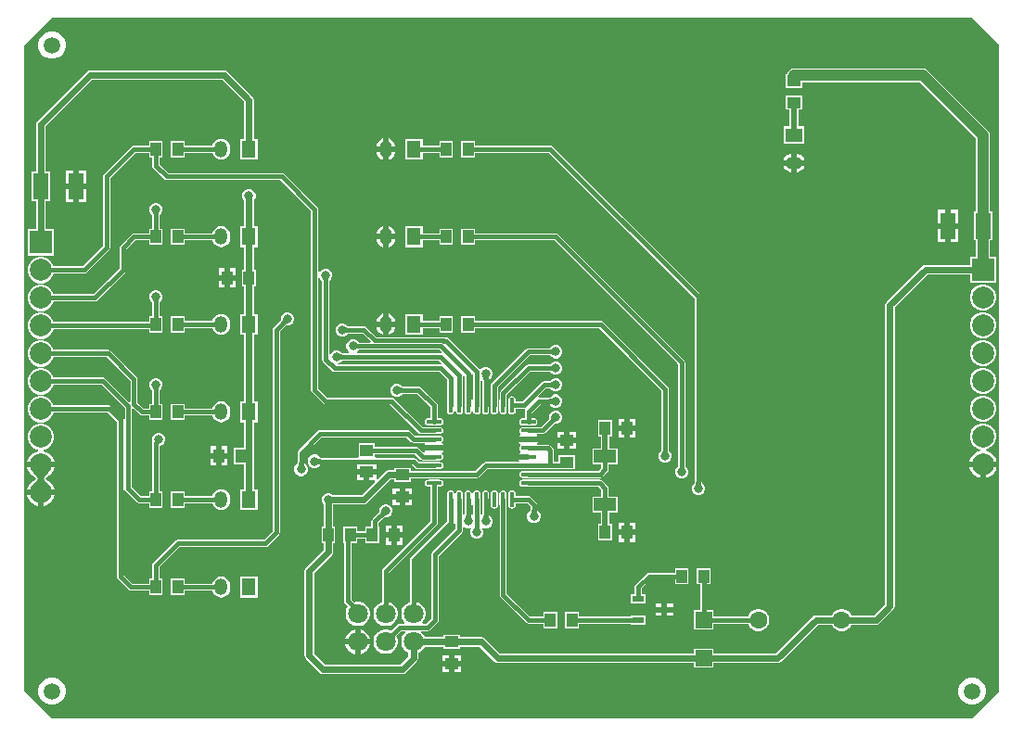
<source format=gbl>
G04*
G04 #@! TF.GenerationSoftware,Altium Limited,Altium Designer,21.9.2 (33)*
G04*
G04 Layer_Physical_Order=2*
G04 Layer_Color=15238730*
%FSLAX25Y25*%
%MOIN*%
G70*
G04*
G04 #@! TF.SameCoordinates,17C33EC5-3FD8-4D5E-BF76-7BF67F947422*
G04*
G04*
G04 #@! TF.FilePolarity,Positive*
G04*
G01*
G75*
%ADD27C,0.01500*%
%ADD28C,0.02362*%
G04:AMPARAMS|DCode=29|XSize=59.06mil|YSize=59.06mil|CornerRadius=29.53mil|HoleSize=0mil|Usage=FLASHONLY|Rotation=0.000|XOffset=0mil|YOffset=0mil|HoleType=Round|Shape=RoundedRectangle|*
%AMROUNDEDRECTD29*
21,1,0.05906,0.00000,0,0,0.0*
21,1,0.00000,0.05906,0,0,0.0*
1,1,0.05906,0.00000,0.00000*
1,1,0.05906,0.00000,0.00000*
1,1,0.05906,0.00000,0.00000*
1,1,0.05906,0.00000,0.00000*
%
%ADD29ROUNDEDRECTD29*%
%ADD30C,0.06299*%
%ADD31C,0.07087*%
%ADD32C,0.07874*%
%ADD33R,0.07874X0.07874*%
%ADD34O,0.04724X0.05906*%
%ADD35R,0.04724X0.05906*%
%ADD36O,0.05906X0.04724*%
%ADD37R,0.05906X0.04724*%
%ADD38C,0.03150*%
%ADD39C,0.02362*%
%ADD40R,0.03937X0.04921*%
%ADD41R,0.04921X0.03937*%
%ADD42R,0.05512X0.09449*%
%ADD43R,0.04331X0.02362*%
%ADD44R,0.05906X0.05906*%
%ADD45R,0.07874X0.04724*%
G04:AMPARAMS|DCode=46|XSize=15.75mil|YSize=55.12mil|CornerRadius=7.87mil|HoleSize=0mil|Usage=FLASHONLY|Rotation=90.000|XOffset=0mil|YOffset=0mil|HoleType=Round|Shape=RoundedRectangle|*
%AMROUNDEDRECTD46*
21,1,0.01575,0.03937,0,0,90.0*
21,1,0.00000,0.05512,0,0,90.0*
1,1,0.01575,0.01968,0.00000*
1,1,0.01575,0.01968,0.00000*
1,1,0.01575,-0.01968,0.00000*
1,1,0.01575,-0.01968,0.00000*
%
%ADD46ROUNDEDRECTD46*%
G04:AMPARAMS|DCode=47|XSize=15.75mil|YSize=55.12mil|CornerRadius=7.87mil|HoleSize=0mil|Usage=FLASHONLY|Rotation=180.000|XOffset=0mil|YOffset=0mil|HoleType=Round|Shape=RoundedRectangle|*
%AMROUNDEDRECTD47*
21,1,0.01575,0.03937,0,0,180.0*
21,1,0.00000,0.05512,0,0,180.0*
1,1,0.01575,0.00000,0.01968*
1,1,0.01575,0.00000,0.01968*
1,1,0.01575,0.00000,-0.01968*
1,1,0.01575,0.00000,-0.01968*
%
%ADD47ROUNDEDRECTD47*%
%ADD48C,0.03937*%
%ADD49C,0.01968*%
G36*
X354331Y246063D02*
Y13780D01*
X344488Y3937D01*
X13780D01*
X3937Y13780D01*
Y246063D01*
X13780Y255906D01*
X344488D01*
X354331Y246063D01*
D02*
G37*
%LPC*%
G36*
X14427Y250984D02*
X13132D01*
X11880Y250649D01*
X10758Y250001D01*
X9842Y249085D01*
X9194Y247962D01*
X8858Y246711D01*
Y245415D01*
X9194Y244163D01*
X9842Y243041D01*
X10758Y242125D01*
X11880Y241477D01*
X13132Y241142D01*
X14427D01*
X15679Y241477D01*
X16801Y242125D01*
X17718Y243041D01*
X18365Y244163D01*
X18701Y245415D01*
Y246711D01*
X18365Y247962D01*
X17718Y249085D01*
X16801Y250001D01*
X15679Y250649D01*
X14427Y250984D01*
D02*
G37*
G36*
X283472Y227862D02*
X277551D01*
Y222925D01*
X278998D01*
Y216902D01*
X276759D01*
Y210578D01*
X284265D01*
Y216902D01*
X282025D01*
Y222925D01*
X283472D01*
Y227862D01*
D02*
G37*
G36*
X74646Y212441D02*
X73820Y212333D01*
X73051Y212014D01*
X72390Y211507D01*
X71883Y210847D01*
X71565Y210078D01*
X71546Y209936D01*
X61524D01*
Y211622D01*
X56587D01*
Y205701D01*
X61524D01*
Y207387D01*
X71546D01*
X71565Y207245D01*
X71883Y206476D01*
X72390Y205816D01*
X73051Y205309D01*
X73820Y204990D01*
X74646Y204881D01*
X75471Y204990D01*
X76240Y205309D01*
X76901Y205816D01*
X77408Y206476D01*
X77727Y207245D01*
X77835Y208071D01*
Y209252D01*
X77727Y210078D01*
X77408Y210847D01*
X76901Y211507D01*
X76240Y212014D01*
X75471Y212333D01*
X74646Y212441D01*
D02*
G37*
G36*
X134858Y212477D02*
Y209661D01*
X137196D01*
X137134Y210130D01*
X136795Y210948D01*
X136256Y211650D01*
X135554Y212189D01*
X134858Y212477D01*
D02*
G37*
G36*
X132858Y212477D02*
X132163Y212189D01*
X131460Y211650D01*
X130921Y210948D01*
X130583Y210130D01*
X130521Y209661D01*
X132858D01*
Y212477D01*
D02*
G37*
G36*
X147020Y212414D02*
X140696D01*
Y204909D01*
X147020D01*
Y207387D01*
X153043D01*
Y205701D01*
X157980D01*
Y211622D01*
X153043D01*
Y209936D01*
X147020D01*
Y212414D01*
D02*
G37*
G36*
X75787Y236950D02*
X27559D01*
X26903Y236820D01*
X26347Y236448D01*
X8630Y218732D01*
X8259Y218176D01*
X8128Y217520D01*
Y200500D01*
X6587D01*
Y190051D01*
X8128D01*
Y179934D01*
X5105D01*
Y170460D01*
X14580D01*
Y179934D01*
X11557D01*
Y190051D01*
X13098D01*
Y200500D01*
X11557D01*
Y216810D01*
X28269Y233522D01*
X75077D01*
X82932Y225668D01*
Y212414D01*
X81484D01*
Y204909D01*
X87808D01*
Y212414D01*
X86360D01*
Y226378D01*
X86229Y227034D01*
X85858Y227590D01*
X76999Y236448D01*
X76443Y236820D01*
X75787Y236950D01*
D02*
G37*
G36*
X132858Y207661D02*
X130521D01*
X130583Y207193D01*
X130921Y206375D01*
X131460Y205673D01*
X132163Y205134D01*
X132858Y204846D01*
Y207661D01*
D02*
G37*
G36*
X137196D02*
X134858D01*
Y204846D01*
X135554Y205134D01*
X136256Y205673D01*
X136795Y206375D01*
X137134Y207193D01*
X137196Y207661D01*
D02*
G37*
G36*
X281512Y207078D02*
Y204740D01*
X284327D01*
X284039Y205436D01*
X283500Y206138D01*
X282798Y206677D01*
X281980Y207016D01*
X281512Y207078D01*
D02*
G37*
G36*
X279512Y207078D02*
X279044Y207016D01*
X278226Y206677D01*
X277523Y206138D01*
X276984Y205436D01*
X276696Y204740D01*
X279512D01*
Y207078D01*
D02*
G37*
G36*
Y202740D02*
X276696D01*
X276984Y202045D01*
X277523Y201342D01*
X278226Y200803D01*
X279044Y200465D01*
X279512Y200403D01*
Y202740D01*
D02*
G37*
G36*
X284327D02*
X281512D01*
Y200403D01*
X281980Y200465D01*
X282798Y200803D01*
X283500Y201342D01*
X284039Y202045D01*
X284327Y202740D01*
D02*
G37*
G36*
X26197Y201000D02*
X23441D01*
Y196276D01*
X26197D01*
Y201000D01*
D02*
G37*
G36*
X21441D02*
X18685D01*
Y196276D01*
X21441D01*
Y201000D01*
D02*
G37*
G36*
X26197Y194276D02*
X23441D01*
Y189551D01*
X26197D01*
Y194276D01*
D02*
G37*
G36*
X21441D02*
X18685D01*
Y189551D01*
X21441D01*
Y194276D01*
D02*
G37*
G36*
X339583Y186827D02*
X336827D01*
Y182102D01*
X339583D01*
Y186827D01*
D02*
G37*
G36*
X334827D02*
X332071D01*
Y182102D01*
X334827D01*
Y186827D01*
D02*
G37*
G36*
X74646Y180945D02*
X73820Y180837D01*
X73051Y180518D01*
X72390Y180011D01*
X71883Y179351D01*
X71565Y178581D01*
X71546Y178440D01*
X61524D01*
Y180126D01*
X56587D01*
Y174205D01*
X61524D01*
Y175891D01*
X71546D01*
X71565Y175749D01*
X71883Y174980D01*
X72390Y174320D01*
X73051Y173813D01*
X73820Y173494D01*
X74646Y173385D01*
X75471Y173494D01*
X76240Y173813D01*
X76901Y174320D01*
X77408Y174980D01*
X77727Y175749D01*
X77835Y176575D01*
Y177756D01*
X77727Y178581D01*
X77408Y179351D01*
X76901Y180011D01*
X76240Y180518D01*
X75471Y180837D01*
X74646Y180945D01*
D02*
G37*
G36*
X134858Y180981D02*
Y178165D01*
X137196D01*
X137134Y178634D01*
X136795Y179452D01*
X136256Y180154D01*
X135554Y180693D01*
X134858Y180981D01*
D02*
G37*
G36*
X132858Y180981D02*
X132163Y180693D01*
X131460Y180154D01*
X130921Y179452D01*
X130583Y178634D01*
X130521Y178165D01*
X132858D01*
Y180981D01*
D02*
G37*
G36*
X339583Y180102D02*
X336827D01*
Y175378D01*
X339583D01*
Y180102D01*
D02*
G37*
G36*
X334827D02*
X332071D01*
Y175378D01*
X334827D01*
Y180102D01*
D02*
G37*
G36*
X51653Y189383D02*
X50709D01*
X49836Y189021D01*
X49168Y188353D01*
X48806Y187480D01*
Y186536D01*
X49168Y185663D01*
X49836Y184995D01*
X49872Y184980D01*
X49887Y184814D01*
X49890Y184667D01*
X49907Y184629D01*
Y180126D01*
X48713D01*
Y178440D01*
X43307D01*
X42819Y178343D01*
X42406Y178067D01*
X38469Y174129D01*
X38193Y173716D01*
X38096Y173228D01*
Y165882D01*
X28685Y156471D01*
X14405D01*
X14257Y157025D01*
X13633Y158105D01*
X12751Y158987D01*
X11671Y159611D01*
X10466Y159934D01*
X9219D01*
X8014Y159611D01*
X6934Y158987D01*
X6052Y158105D01*
X5428Y157025D01*
X5105Y155821D01*
Y154573D01*
X5428Y153368D01*
X6052Y152288D01*
X6934Y151406D01*
X8014Y150783D01*
X9219Y150460D01*
X10466D01*
X11671Y150783D01*
X12751Y151406D01*
X13633Y152288D01*
X14257Y153368D01*
X14405Y153922D01*
X29213D01*
X29700Y154019D01*
X30114Y154296D01*
X40271Y164453D01*
X40548Y164867D01*
X40645Y165354D01*
Y172700D01*
X43835Y175891D01*
X48713D01*
Y174205D01*
X53650D01*
Y180126D01*
X52456D01*
Y184629D01*
X52472Y184667D01*
X52476Y184821D01*
X52484Y184951D01*
X52487Y184978D01*
X52526Y184995D01*
X53194Y185663D01*
X53556Y186536D01*
Y187480D01*
X53194Y188353D01*
X52526Y189021D01*
X51653Y189383D01*
D02*
G37*
G36*
X147020Y180918D02*
X140696D01*
Y173413D01*
X147020D01*
Y175891D01*
X153043D01*
Y174205D01*
X157980D01*
Y180126D01*
X153043D01*
Y178440D01*
X147020D01*
Y180918D01*
D02*
G37*
G36*
X132858Y176165D02*
X130521D01*
X130583Y175697D01*
X130921Y174879D01*
X131460Y174177D01*
X132163Y173638D01*
X132858Y173350D01*
Y176165D01*
D02*
G37*
G36*
X137196D02*
X134858D01*
Y173350D01*
X135554Y173638D01*
X136256Y174177D01*
X136795Y174879D01*
X137134Y175697D01*
X137196Y176165D01*
D02*
G37*
G36*
X79740Y165862D02*
X77772D01*
Y163402D01*
X79740D01*
Y165862D01*
D02*
G37*
G36*
X75772D02*
X73803D01*
Y163402D01*
X75772D01*
Y165862D01*
D02*
G37*
G36*
X326772Y237753D02*
X280512D01*
X279549Y237561D01*
X278732Y237016D01*
X278186Y236199D01*
X278094Y235736D01*
X277551D01*
Y230799D01*
X280269D01*
X280512Y230751D01*
X281004D01*
X281247Y230799D01*
X283472D01*
Y232719D01*
X325729D01*
X345908Y212540D01*
Y186327D01*
X345169D01*
Y175878D01*
X345908D01*
Y170091D01*
X343688D01*
Y167068D01*
X327756D01*
X327100Y166938D01*
X326544Y166566D01*
X313749Y153771D01*
X313377Y153215D01*
X313247Y152559D01*
Y45001D01*
X309329Y41084D01*
X301209D01*
X300798Y41795D01*
X300063Y42531D01*
X299162Y43051D01*
X298158Y43320D01*
X297118D01*
X296113Y43051D01*
X295213Y42531D01*
X294477Y41795D01*
X294067Y41084D01*
X288386D01*
X287730Y40954D01*
X287174Y40582D01*
X273896Y27305D01*
X251484D01*
Y29043D01*
X244579D01*
Y27305D01*
X174923D01*
X169519Y32708D01*
X168963Y33080D01*
X168307Y33210D01*
X160441D01*
Y33965D01*
X154520D01*
Y33210D01*
X147726D01*
X147176Y34163D01*
X146411Y34928D01*
X146457Y35306D01*
X146490Y35428D01*
X148907D01*
X149395Y35525D01*
X149809Y35802D01*
X152476Y38469D01*
X152752Y38882D01*
X152849Y39370D01*
Y62464D01*
X161137Y70752D01*
X161414Y71166D01*
X161511Y71653D01*
Y72667D01*
X161973Y72858D01*
X162041Y72790D01*
X162913Y72428D01*
X163858D01*
X164165Y72555D01*
X164392Y72337D01*
X164498Y72152D01*
X164161Y71338D01*
Y70394D01*
X164522Y69521D01*
X165190Y68853D01*
X166063Y68491D01*
X167008D01*
X167881Y68853D01*
X168549Y69521D01*
X168910Y70394D01*
Y71338D01*
X168573Y72152D01*
X168679Y72337D01*
X168906Y72555D01*
X169213Y72428D01*
X170157D01*
X171030Y72790D01*
X171698Y73458D01*
X172060Y74331D01*
Y75275D01*
X171698Y76148D01*
X171030Y76816D01*
X170995Y76831D01*
X170979Y76997D01*
X170976Y77144D01*
X170959Y77182D01*
Y80517D01*
X170998Y80709D01*
Y84646D01*
X170898Y85148D01*
X170613Y85574D01*
X170187Y85858D01*
X169685Y85958D01*
X169183Y85858D01*
X168757Y85574D01*
X168472Y85148D01*
X168372Y84646D01*
Y80709D01*
X168411Y80517D01*
Y77232D01*
X168310Y77122D01*
X168174Y77136D01*
X167817Y77386D01*
X167810Y77404D01*
Y80517D01*
X167848Y80709D01*
Y84646D01*
X167748Y85148D01*
X167464Y85574D01*
X167038Y85858D01*
X166535Y85958D01*
X166033Y85858D01*
X165607Y85574D01*
X165323Y85148D01*
X165223Y84646D01*
Y80709D01*
X165261Y80517D01*
Y77406D01*
X165250Y77381D01*
X164903Y77137D01*
X164761Y77122D01*
X164660Y77232D01*
Y80517D01*
X164699Y80709D01*
Y84646D01*
X164599Y85148D01*
X164314Y85574D01*
X163888Y85858D01*
X163386Y85958D01*
X162883Y85858D01*
X162458Y85574D01*
X162173Y85148D01*
X162073Y84646D01*
Y80709D01*
X162111Y80517D01*
Y77232D01*
X162011Y77122D01*
X161875Y77136D01*
X161518Y77386D01*
X161511Y77404D01*
Y80517D01*
X161549Y80709D01*
Y84646D01*
X161449Y85148D01*
X161164Y85574D01*
X160739Y85858D01*
X160236Y85958D01*
X159734Y85858D01*
X159308Y85574D01*
X159023Y85148D01*
X158924Y84646D01*
Y80709D01*
X158962Y80517D01*
Y72181D01*
X150674Y63893D01*
X150397Y63480D01*
X150300Y62992D01*
Y39898D01*
X148380Y37977D01*
X147031D01*
X146824Y38477D01*
X147176Y38829D01*
X147748Y39820D01*
X148044Y40924D01*
Y42068D01*
X147748Y43172D01*
X147176Y44163D01*
X146368Y44972D01*
X145377Y45543D01*
X144975Y45651D01*
Y60496D01*
X157988Y73508D01*
X158264Y73922D01*
X158361Y74410D01*
Y80517D01*
X158399Y80709D01*
Y84646D01*
X158299Y85148D01*
X158015Y85574D01*
X157589Y85858D01*
X157087Y85958D01*
X156584Y85858D01*
X156158Y85574D01*
X155874Y85148D01*
X155774Y84646D01*
Y80709D01*
X155812Y80517D01*
Y74937D01*
X142800Y61925D01*
X142523Y61511D01*
X142426Y61024D01*
Y45651D01*
X142024Y45543D01*
X141034Y44972D01*
X140225Y44163D01*
X139654Y43172D01*
X139357Y42068D01*
Y40924D01*
X139654Y39820D01*
X140225Y38829D01*
X140577Y38477D01*
X140370Y37977D01*
X138908D01*
X138420Y37880D01*
X138006Y37604D01*
X135738Y35335D01*
X135377Y35543D01*
X134273Y35839D01*
X133129D01*
X132024Y35543D01*
X131034Y34972D01*
X130225Y34163D01*
X129654Y33173D01*
X129358Y32068D01*
Y30924D01*
X129654Y29820D01*
X130225Y28829D01*
X131034Y28021D01*
X132024Y27449D01*
X133129Y27153D01*
X134273D01*
X135377Y27449D01*
X136368Y28021D01*
X137176Y28829D01*
X137748Y29820D01*
X138044Y30924D01*
Y32068D01*
X137748Y33173D01*
X137540Y33533D01*
X139435Y35428D01*
X140912D01*
X140944Y35306D01*
X140991Y34928D01*
X140225Y34163D01*
X139654Y33173D01*
X139357Y32068D01*
Y30924D01*
X139654Y29820D01*
X140225Y28829D01*
X141034Y28021D01*
X141987Y27470D01*
Y26300D01*
X139054Y23368D01*
X111931D01*
X108013Y27285D01*
Y56377D01*
X114401Y62764D01*
X114772Y63320D01*
X114903Y63976D01*
Y66921D01*
X115657D01*
Y72843D01*
X114903D01*
Y80963D01*
X125984D01*
X126640Y81094D01*
X127196Y81465D01*
X135553Y89821D01*
X136803D01*
Y89067D01*
X142724D01*
Y90458D01*
X149021D01*
X149213Y90420D01*
X153150D01*
X153341Y90458D01*
X166535D01*
X167023Y90555D01*
X167437Y90831D01*
X170213Y93607D01*
X182879D01*
X183071Y93569D01*
X187008D01*
X187200Y93607D01*
X195858D01*
Y93594D01*
X201780D01*
Y98532D01*
X195858D01*
Y96156D01*
X194188D01*
Y100302D01*
X194091Y100790D01*
X193815Y101204D01*
X192936Y102082D01*
X192522Y102359D01*
X192035Y102456D01*
X188319D01*
X188167Y102956D01*
X188296Y103042D01*
X188489Y103331D01*
X185039D01*
X181589D01*
X181782Y103042D01*
X182211Y102756D01*
X182266Y102255D01*
X182245Y102177D01*
X182143Y102109D01*
X181858Y101683D01*
X181758Y101181D01*
X181858Y100679D01*
X182143Y100253D01*
X182245Y100185D01*
X182266Y100107D01*
X182211Y99606D01*
X181782Y99320D01*
X181589Y99032D01*
X185039D01*
Y97031D01*
X181589D01*
X181782Y96743D01*
X181912Y96656D01*
X181760Y96156D01*
X169685D01*
X169197Y96059D01*
X168784Y95783D01*
X166007Y93007D01*
X153341D01*
X153150Y93045D01*
X149213D01*
X149021Y93007D01*
X142724D01*
Y94004D01*
X136803D01*
Y93249D01*
X134843D01*
X134187Y93119D01*
X133631Y92747D01*
X130929Y90046D01*
X130429Y90253D01*
Y91520D01*
X127969D01*
Y89551D01*
X129727D01*
X129934Y89051D01*
X125274Y84391D01*
X114833D01*
X114534Y84690D01*
X113661Y85052D01*
X112717D01*
X111844Y84690D01*
X111176Y84022D01*
X110814Y83149D01*
Y82205D01*
X111176Y81332D01*
X111475Y81033D01*
Y72843D01*
X110721D01*
Y66921D01*
X111475D01*
Y64686D01*
X105087Y58299D01*
X104716Y57743D01*
X104585Y57087D01*
Y26575D01*
X104716Y25919D01*
X105087Y25363D01*
X110009Y20441D01*
X110565Y20070D01*
X111221Y19940D01*
X139764D01*
X140420Y20070D01*
X140976Y20441D01*
X144913Y24379D01*
X145284Y24935D01*
X145415Y25591D01*
Y27470D01*
X146368Y28021D01*
X147176Y28829D01*
X147726Y29782D01*
X154520D01*
Y29028D01*
X160441D01*
Y29782D01*
X167597D01*
X173001Y24379D01*
X173557Y24007D01*
X174213Y23877D01*
X244579D01*
Y22138D01*
X251484D01*
Y23877D01*
X274606D01*
X275262Y24007D01*
X275818Y24379D01*
X289096Y37656D01*
X294067D01*
X294477Y36945D01*
X295213Y36210D01*
X296113Y35690D01*
X297118Y35421D01*
X298158D01*
X299162Y35690D01*
X300063Y36210D01*
X300798Y36945D01*
X301209Y37656D01*
X310039D01*
X310695Y37786D01*
X311251Y38158D01*
X316173Y43079D01*
X316544Y43635D01*
X316675Y44291D01*
Y151849D01*
X328466Y163640D01*
X343688D01*
Y160617D01*
X353162D01*
Y170091D01*
X350942D01*
Y175878D01*
X351681D01*
Y186327D01*
X350942D01*
Y213583D01*
X350750Y214546D01*
X350205Y215362D01*
X328551Y237016D01*
X327735Y237561D01*
X326772Y237753D01*
D02*
G37*
G36*
X79740Y161402D02*
X77772D01*
Y158941D01*
X79740D01*
Y161402D01*
D02*
G37*
G36*
X75772D02*
X73803D01*
Y158941D01*
X75772D01*
Y161402D01*
D02*
G37*
G36*
X349049Y160091D02*
X347802D01*
X346597Y159768D01*
X345517Y159145D01*
X344635Y158263D01*
X344011Y157183D01*
X343688Y155978D01*
Y154731D01*
X344011Y153526D01*
X344635Y152446D01*
X345517Y151564D01*
X346597Y150940D01*
X347802Y150617D01*
X349049D01*
X350254Y150940D01*
X351334Y151564D01*
X352216Y152446D01*
X352839Y153526D01*
X353162Y154731D01*
Y155978D01*
X352839Y157183D01*
X352216Y158263D01*
X351334Y159145D01*
X350254Y159768D01*
X349049Y160091D01*
D02*
G37*
G36*
X74646Y149449D02*
X73820Y149341D01*
X73051Y149022D01*
X72390Y148515D01*
X71883Y147855D01*
X71565Y147085D01*
X71546Y146944D01*
X61524D01*
Y148630D01*
X56587D01*
Y142709D01*
X61524D01*
Y144395D01*
X71546D01*
X71565Y144253D01*
X71883Y143484D01*
X72390Y142823D01*
X73051Y142317D01*
X73820Y141998D01*
X74646Y141889D01*
X75471Y141998D01*
X76240Y142317D01*
X76901Y142823D01*
X77408Y143484D01*
X77727Y144253D01*
X77835Y145079D01*
Y146260D01*
X77727Y147085D01*
X77408Y147855D01*
X76901Y148515D01*
X76240Y149022D01*
X75471Y149341D01*
X74646Y149449D01*
D02*
G37*
G36*
X134858Y149485D02*
Y146669D01*
X137196D01*
X137134Y147138D01*
X136795Y147956D01*
X136256Y148658D01*
X135554Y149197D01*
X134858Y149485D01*
D02*
G37*
G36*
X132858Y149485D02*
X132163Y149197D01*
X131460Y148658D01*
X130921Y147956D01*
X130583Y147138D01*
X130521Y146669D01*
X132858D01*
Y149485D01*
D02*
G37*
G36*
X51653Y157887D02*
X50709D01*
X49836Y157525D01*
X49168Y156857D01*
X48806Y155984D01*
Y155039D01*
X49168Y154167D01*
X49836Y153499D01*
X49872Y153484D01*
X49887Y153318D01*
X49890Y153171D01*
X49907Y153133D01*
Y148630D01*
X48713D01*
Y146471D01*
X14405D01*
X14257Y147025D01*
X13633Y148105D01*
X12751Y148987D01*
X11671Y149611D01*
X10466Y149934D01*
X9219D01*
X8014Y149611D01*
X6934Y148987D01*
X6052Y148105D01*
X5428Y147025D01*
X5105Y145820D01*
Y144573D01*
X5428Y143368D01*
X6052Y142288D01*
X6934Y141406D01*
X8014Y140783D01*
X9219Y140460D01*
X10466D01*
X11671Y140783D01*
X12751Y141406D01*
X13633Y142288D01*
X14257Y143368D01*
X14405Y143922D01*
X48713D01*
Y142709D01*
X53650D01*
Y148630D01*
X52456D01*
Y153133D01*
X52472Y153171D01*
X52475Y153325D01*
X52484Y153455D01*
X52487Y153482D01*
X52526Y153499D01*
X53194Y154167D01*
X53556Y155039D01*
Y155984D01*
X53194Y156857D01*
X52526Y157525D01*
X51653Y157887D01*
D02*
G37*
G36*
X98898Y150013D02*
X97953D01*
X97080Y149651D01*
X96412Y148983D01*
X96050Y148110D01*
Y147165D01*
X96065Y147130D01*
X95959Y147002D01*
X95857Y146895D01*
X95842Y146857D01*
X93587Y144602D01*
X93311Y144188D01*
X93214Y143701D01*
Y71394D01*
X90023Y68204D01*
X59055D01*
X58567Y68107D01*
X58154Y67830D01*
X50280Y59956D01*
X50004Y59543D01*
X49907Y59055D01*
Y54142D01*
X48713D01*
Y52456D01*
X42851D01*
X39660Y55646D01*
Y86081D01*
X40160Y86130D01*
X40161Y86127D01*
X40437Y85713D01*
X44374Y81776D01*
X44788Y81500D01*
X45276Y81403D01*
X48713D01*
Y79716D01*
X53650D01*
Y85638D01*
X52456D01*
Y101956D01*
X52638D01*
X53511Y102317D01*
X54179Y102986D01*
X54540Y103858D01*
Y104803D01*
X54179Y105676D01*
X53511Y106344D01*
X52638Y106705D01*
X51693D01*
X50820Y106344D01*
X50152Y105676D01*
X49791Y104803D01*
Y103858D01*
X49998Y103358D01*
X49907Y102900D01*
Y85638D01*
X48713D01*
Y83952D01*
X45803D01*
X42613Y87142D01*
Y115364D01*
X43075Y115556D01*
X45359Y113272D01*
X45772Y112996D01*
X46260Y112899D01*
X48713D01*
Y111213D01*
X53650D01*
Y117134D01*
X52456D01*
Y121637D01*
X52472Y121675D01*
X52475Y121829D01*
X52484Y121959D01*
X52487Y121986D01*
X52526Y122002D01*
X53194Y122670D01*
X53556Y123543D01*
Y124488D01*
X53194Y125361D01*
X52526Y126029D01*
X51653Y126391D01*
X50709D01*
X49836Y126029D01*
X49168Y125361D01*
X48806Y124488D01*
Y123543D01*
X49168Y122670D01*
X49836Y122002D01*
X49872Y121988D01*
X49887Y121822D01*
X49890Y121675D01*
X49907Y121637D01*
Y117134D01*
X48713D01*
Y115448D01*
X46788D01*
X44582Y117654D01*
Y125984D01*
X44485Y126472D01*
X44208Y126885D01*
X34996Y136098D01*
X34582Y136374D01*
X34095Y136471D01*
X14405D01*
X14257Y137025D01*
X13633Y138105D01*
X12751Y138987D01*
X11671Y139611D01*
X10466Y139934D01*
X9219D01*
X8014Y139611D01*
X6934Y138987D01*
X6052Y138105D01*
X5428Y137025D01*
X5105Y135820D01*
Y134573D01*
X5428Y133368D01*
X6052Y132288D01*
X6934Y131406D01*
X8014Y130783D01*
X9219Y130460D01*
X10466D01*
X11671Y130783D01*
X12751Y131406D01*
X13633Y132288D01*
X14257Y133368D01*
X14405Y133922D01*
X33567D01*
X42033Y125456D01*
Y117903D01*
X41571Y117712D01*
X33185Y126098D01*
X32771Y126374D01*
X32283Y126471D01*
X14405D01*
X14257Y127025D01*
X13633Y128105D01*
X12751Y128987D01*
X11671Y129611D01*
X10466Y129934D01*
X9219D01*
X8014Y129611D01*
X6934Y128987D01*
X6052Y128105D01*
X5428Y127025D01*
X5105Y125821D01*
Y124573D01*
X5428Y123368D01*
X6052Y122288D01*
X6934Y121406D01*
X8014Y120783D01*
X9219Y120460D01*
X10466D01*
X11671Y120783D01*
X12751Y121406D01*
X13633Y122288D01*
X14257Y123368D01*
X14405Y123922D01*
X31756D01*
X40064Y115614D01*
Y111753D01*
X39564Y111704D01*
X39563Y111708D01*
X39287Y112122D01*
X35311Y116098D01*
X34897Y116374D01*
X34409Y116471D01*
X14405D01*
X14257Y117025D01*
X13633Y118105D01*
X12751Y118987D01*
X11671Y119611D01*
X10466Y119934D01*
X9219D01*
X8014Y119611D01*
X6934Y118987D01*
X6052Y118105D01*
X5428Y117025D01*
X5105Y115821D01*
Y114573D01*
X5428Y113368D01*
X6052Y112288D01*
X6934Y111406D01*
X8014Y110783D01*
X9219Y110460D01*
X10466D01*
X11671Y110783D01*
X12751Y111406D01*
X13633Y112288D01*
X14257Y113368D01*
X14405Y113922D01*
X33882D01*
X37111Y110693D01*
Y55118D01*
X37208Y54630D01*
X37485Y54217D01*
X41422Y50280D01*
X41835Y50004D01*
X42323Y49907D01*
X48713D01*
Y48221D01*
X53650D01*
Y54142D01*
X52456D01*
Y58527D01*
X59583Y65655D01*
X90551D01*
X91039Y65752D01*
X91452Y66028D01*
X95389Y69965D01*
X95666Y70378D01*
X95763Y70866D01*
Y143173D01*
X97644Y145054D01*
X97683Y145070D01*
X97794Y145176D01*
X97892Y145262D01*
X97914Y145279D01*
X97953Y145263D01*
X98898D01*
X99770Y145624D01*
X100438Y146293D01*
X100800Y147165D01*
Y148110D01*
X100438Y148983D01*
X99770Y149651D01*
X98898Y150013D01*
D02*
G37*
G36*
X147020Y149422D02*
X140696D01*
Y141917D01*
X147020D01*
Y144395D01*
X153043D01*
Y142709D01*
X157980D01*
Y148630D01*
X153043D01*
Y146944D01*
X147020D01*
Y149422D01*
D02*
G37*
G36*
X132858Y144669D02*
X130521D01*
X130583Y144201D01*
X130921Y143383D01*
X131460Y142681D01*
X132163Y142142D01*
X132858Y141854D01*
Y144669D01*
D02*
G37*
G36*
X137196D02*
X134858D01*
Y141854D01*
X135554Y142142D01*
X136256Y142681D01*
X136795Y143383D01*
X137134Y144201D01*
X137196Y144669D01*
D02*
G37*
G36*
X349049Y150091D02*
X347802D01*
X346597Y149768D01*
X345517Y149145D01*
X344635Y148263D01*
X344011Y147183D01*
X343688Y145978D01*
Y144731D01*
X344011Y143526D01*
X344635Y142446D01*
X345517Y141564D01*
X346597Y140940D01*
X347802Y140617D01*
X349049D01*
X350254Y140940D01*
X351334Y141564D01*
X352216Y142446D01*
X352839Y143526D01*
X353162Y144731D01*
Y145978D01*
X352839Y147183D01*
X352216Y148263D01*
X351334Y149145D01*
X350254Y149768D01*
X349049Y150091D01*
D02*
G37*
G36*
X195354Y138202D02*
X194410D01*
X193537Y137840D01*
X192869Y137172D01*
X192854Y137136D01*
X192688Y137121D01*
X192541Y137118D01*
X192503Y137101D01*
X185039D01*
X184552Y137004D01*
X184138Y136728D01*
X171933Y124523D01*
X171657Y124110D01*
X171560Y123622D01*
Y118696D01*
X171522Y118504D01*
Y114567D01*
X171622Y114065D01*
X171906Y113639D01*
X172332Y113354D01*
X172835Y113254D01*
X173337Y113354D01*
X173763Y113639D01*
X174047Y114065D01*
X174147Y114567D01*
Y118504D01*
X174109Y118696D01*
Y123094D01*
X185567Y134552D01*
X192503D01*
X192541Y134536D01*
X192695Y134532D01*
X192825Y134524D01*
X192853Y134520D01*
X192869Y134482D01*
X193537Y133814D01*
X194410Y133452D01*
X195354D01*
X196227Y133814D01*
X196895Y134482D01*
X197257Y135354D01*
Y136299D01*
X196895Y137172D01*
X196227Y137840D01*
X195354Y138202D01*
D02*
G37*
G36*
X349049Y140091D02*
X347802D01*
X346597Y139769D01*
X345517Y139145D01*
X344635Y138263D01*
X344011Y137183D01*
X343688Y135978D01*
Y134731D01*
X344011Y133526D01*
X344635Y132446D01*
X345517Y131564D01*
X346597Y130940D01*
X347802Y130617D01*
X349049D01*
X350254Y130940D01*
X351334Y131564D01*
X352216Y132446D01*
X352839Y133526D01*
X353162Y134731D01*
Y135978D01*
X352839Y137183D01*
X352216Y138263D01*
X351334Y139145D01*
X350254Y139769D01*
X349049Y140091D01*
D02*
G37*
G36*
X195354Y132296D02*
X194410D01*
X193537Y131934D01*
X192869Y131266D01*
X192854Y131231D01*
X192688Y131216D01*
X192541Y131212D01*
X192503Y131196D01*
X185039D01*
X184552Y131099D01*
X184138Y130823D01*
X175083Y121767D01*
X174807Y121354D01*
X174710Y120866D01*
Y118696D01*
X174672Y118504D01*
Y114567D01*
X174772Y114065D01*
X175056Y113639D01*
X175482Y113354D01*
X175984Y113254D01*
X176487Y113354D01*
X176912Y113639D01*
X177197Y114065D01*
X177297Y114567D01*
Y118504D01*
X177259Y118696D01*
Y120338D01*
X185567Y128647D01*
X192503D01*
X192541Y128630D01*
X192695Y128627D01*
X192825Y128618D01*
X192853Y128615D01*
X192869Y128576D01*
X193537Y127908D01*
X194410Y127547D01*
X195354D01*
X196227Y127908D01*
X196895Y128576D01*
X197257Y129449D01*
Y130394D01*
X196895Y131266D01*
X196227Y131934D01*
X195354Y132296D01*
D02*
G37*
G36*
Y126391D02*
X194410D01*
X193537Y126029D01*
X192869Y125361D01*
X192854Y125325D01*
X192688Y125310D01*
X192541Y125307D01*
X192503Y125290D01*
X190945D01*
X190457Y125193D01*
X190044Y124917D01*
X182937Y117810D01*
X180447D01*
Y118504D01*
X180347Y119006D01*
X180062Y119432D01*
X179636Y119717D01*
X179134Y119817D01*
X178631Y119717D01*
X178206Y119432D01*
X177921Y119006D01*
X177821Y118504D01*
Y114567D01*
X177921Y114065D01*
X178206Y113639D01*
X178631Y113354D01*
X179134Y113254D01*
X179636Y113354D01*
X180062Y113639D01*
X180347Y114065D01*
X180447Y114567D01*
Y115261D01*
X183465D01*
X183692Y115306D01*
X183992Y114856D01*
X183862Y114661D01*
X183765Y114173D01*
Y111943D01*
X183071D01*
X182569Y111843D01*
X182143Y111558D01*
X181858Y111132D01*
X181758Y110630D01*
X181858Y110128D01*
X182143Y109702D01*
X182569Y109417D01*
X183071Y109317D01*
X187008D01*
X187510Y109417D01*
X187936Y109702D01*
X188221Y110128D01*
X188321Y110630D01*
X188221Y111132D01*
X187936Y111558D01*
X187510Y111843D01*
X187008Y111943D01*
X186314D01*
Y113645D01*
X189504Y116836D01*
X192503D01*
X192541Y116819D01*
X192695Y116816D01*
X192825Y116807D01*
X192853Y116804D01*
X192869Y116765D01*
X193537Y116097D01*
X194410Y115735D01*
X195354D01*
X196227Y116097D01*
X196895Y116765D01*
X197257Y117638D01*
Y118583D01*
X196895Y119456D01*
X196227Y120124D01*
X195354Y120485D01*
X194410D01*
X193537Y120124D01*
X192869Y119456D01*
X192854Y119420D01*
X192688Y119404D01*
X192541Y119401D01*
X192503Y119385D01*
X188976D01*
X188785Y119347D01*
X188539Y119808D01*
X191473Y122741D01*
X192503D01*
X192541Y122725D01*
X192695Y122721D01*
X192825Y122713D01*
X192853Y122709D01*
X192869Y122670D01*
X193537Y122002D01*
X194410Y121641D01*
X195354D01*
X196227Y122002D01*
X196895Y122670D01*
X197257Y123543D01*
Y124488D01*
X196895Y125361D01*
X196227Y126029D01*
X195354Y126391D01*
D02*
G37*
G36*
X349049Y130091D02*
X347802D01*
X346597Y129769D01*
X345517Y129145D01*
X344635Y128263D01*
X344011Y127183D01*
X343688Y125978D01*
Y124731D01*
X344011Y123526D01*
X344635Y122446D01*
X345517Y121564D01*
X346597Y120940D01*
X347802Y120617D01*
X349049D01*
X350254Y120940D01*
X351334Y121564D01*
X352216Y122446D01*
X352839Y123526D01*
X353162Y124731D01*
Y125978D01*
X352839Y127183D01*
X352216Y128263D01*
X351334Y129145D01*
X350254Y129769D01*
X349049Y130091D01*
D02*
G37*
G36*
X74646Y117953D02*
X73820Y117845D01*
X73051Y117526D01*
X72390Y117019D01*
X71883Y116358D01*
X71565Y115589D01*
X71546Y115448D01*
X61524D01*
Y117134D01*
X56587D01*
Y111213D01*
X61524D01*
Y112899D01*
X71546D01*
X71565Y112757D01*
X71883Y111988D01*
X72390Y111327D01*
X73051Y110820D01*
X73820Y110502D01*
X74646Y110393D01*
X75471Y110502D01*
X76240Y110820D01*
X76901Y111327D01*
X77408Y111988D01*
X77727Y112757D01*
X77835Y113583D01*
Y114764D01*
X77727Y115589D01*
X77408Y116358D01*
X76901Y117019D01*
X76240Y117526D01*
X75471Y117845D01*
X74646Y117953D01*
D02*
G37*
G36*
X53650Y211622D02*
X48713D01*
Y209936D01*
X43307D01*
X42819Y209839D01*
X42406Y209563D01*
X32563Y199720D01*
X32287Y199307D01*
X32190Y198819D01*
Y173756D01*
X24905Y166471D01*
X14405D01*
X14257Y167025D01*
X13633Y168105D01*
X12751Y168987D01*
X11671Y169611D01*
X10466Y169934D01*
X9219D01*
X8014Y169611D01*
X6934Y168987D01*
X6052Y168105D01*
X5428Y167025D01*
X5105Y165821D01*
Y164573D01*
X5428Y163368D01*
X6052Y162288D01*
X6934Y161406D01*
X8014Y160783D01*
X9219Y160460D01*
X10466D01*
X11671Y160783D01*
X12751Y161406D01*
X13633Y162288D01*
X14257Y163368D01*
X14405Y163922D01*
X25433D01*
X25921Y164019D01*
X26334Y164296D01*
X34366Y172327D01*
X34642Y172741D01*
X34739Y173228D01*
Y198291D01*
X43835Y207387D01*
X48713D01*
Y205701D01*
X49907D01*
Y202756D01*
X50004Y202268D01*
X50280Y201855D01*
X54217Y197918D01*
X54630Y197641D01*
X55118Y197544D01*
X95929D01*
X106993Y186480D01*
Y122047D01*
X107090Y121560D01*
X107367Y121146D01*
X111303Y117209D01*
X111717Y116933D01*
X112205Y116836D01*
X135299D01*
X145555Y106579D01*
X145969Y106303D01*
X146457Y106206D01*
X149021D01*
X149213Y106168D01*
X153150D01*
X153652Y106268D01*
X154078Y106552D01*
X154362Y106978D01*
X154462Y107480D01*
X154362Y107983D01*
X154078Y108408D01*
X153652Y108693D01*
X153150Y108793D01*
X149213D01*
X149021Y108755D01*
X146985D01*
X136728Y119011D01*
X136314Y119288D01*
X135827Y119385D01*
X112733D01*
X109542Y122575D01*
Y162302D01*
X110042Y162401D01*
X110192Y162041D01*
X110860Y161373D01*
X110895Y161358D01*
X110910Y161192D01*
X110914Y161045D01*
X110930Y161007D01*
Y133071D01*
X111027Y132583D01*
X111303Y132170D01*
X114453Y129020D01*
X114867Y128744D01*
X115354Y128647D01*
X153015D01*
X155812Y125850D01*
Y118696D01*
X155774Y118504D01*
Y114567D01*
X155874Y114065D01*
X156158Y113639D01*
X156584Y113354D01*
X157087Y113254D01*
X157589Y113354D01*
X158015Y113639D01*
X158299Y114065D01*
X158399Y114567D01*
Y118504D01*
X158361Y118696D01*
Y126123D01*
X158846Y126413D01*
X158962Y126343D01*
Y118696D01*
X158924Y118504D01*
Y114567D01*
X159023Y114065D01*
X159308Y113639D01*
X159734Y113354D01*
X160236Y113254D01*
X160739Y113354D01*
X161164Y113639D01*
X161449Y114065D01*
X161549Y114567D01*
Y118504D01*
X161511Y118696D01*
Y126910D01*
X161996Y127201D01*
X162111Y127131D01*
Y118696D01*
X162073Y118504D01*
Y114567D01*
X162173Y114065D01*
X162458Y113639D01*
X162883Y113354D01*
X163386Y113254D01*
X163888Y113354D01*
X164314Y113639D01*
X164599Y114065D01*
X164699Y114567D01*
Y118504D01*
X164660Y118696D01*
Y127698D01*
X165146Y127988D01*
X165261Y127918D01*
Y118696D01*
X165223Y118504D01*
Y114567D01*
X165323Y114065D01*
X165607Y113639D01*
X166033Y113354D01*
X166535Y113254D01*
X167038Y113354D01*
X167464Y113639D01*
X167748Y114065D01*
X167848Y114567D01*
Y118504D01*
X167810Y118696D01*
Y125350D01*
X167821Y125375D01*
X168168Y125619D01*
X168310Y125634D01*
X168411Y125524D01*
Y118696D01*
X168372Y118504D01*
Y114567D01*
X168472Y114065D01*
X168757Y113639D01*
X169183Y113354D01*
X169685Y113254D01*
X170187Y113354D01*
X170613Y113639D01*
X170898Y114065D01*
X170998Y114567D01*
Y118504D01*
X170959Y118696D01*
Y125574D01*
X170976Y125612D01*
X170979Y125766D01*
X170988Y125896D01*
X170992Y125923D01*
X171030Y125940D01*
X171698Y126608D01*
X172060Y127480D01*
Y128425D01*
X171698Y129298D01*
X171030Y129966D01*
X170157Y130328D01*
X169213D01*
X168340Y129966D01*
X168029Y129655D01*
X167437Y129641D01*
X167399Y129679D01*
X156413Y140665D01*
X156000Y140941D01*
X155512Y141038D01*
X154555D01*
X154366Y141076D01*
X130412D01*
X126885Y144602D01*
X126472Y144878D01*
X125984Y144975D01*
X120489D01*
X120451Y144992D01*
X120297Y144995D01*
X120167Y145004D01*
X120140Y145007D01*
X120124Y145046D01*
X119456Y145714D01*
X118583Y146076D01*
X117638D01*
X116765Y145714D01*
X116097Y145046D01*
X115735Y144173D01*
Y143228D01*
X116097Y142356D01*
X116765Y141688D01*
X117638Y141326D01*
X118583D01*
X119456Y141688D01*
X120124Y142356D01*
X120138Y142391D01*
X120304Y142407D01*
X120451Y142410D01*
X120489Y142426D01*
X125456D01*
X128345Y139538D01*
X128153Y139076D01*
X124426D01*
X124388Y139093D01*
X124234Y139096D01*
X124104Y139105D01*
X124077Y139108D01*
X124060Y139147D01*
X123392Y139815D01*
X122520Y140176D01*
X121575D01*
X120702Y139815D01*
X120034Y139147D01*
X119672Y138274D01*
Y137329D01*
X120034Y136456D01*
X120664Y135826D01*
X120646Y135652D01*
X120511Y135326D01*
X118516D01*
X118478Y135343D01*
X118324Y135346D01*
X118194Y135355D01*
X118166Y135358D01*
X118150Y135397D01*
X117482Y136065D01*
X116609Y136426D01*
X115665D01*
X114792Y136065D01*
X114124Y135397D01*
X113979Y135048D01*
X113479Y135147D01*
Y161007D01*
X113496Y161045D01*
X113499Y161199D01*
X113508Y161329D01*
X113511Y161356D01*
X113550Y161373D01*
X114218Y162041D01*
X114579Y162913D01*
Y163858D01*
X114218Y164731D01*
X113550Y165399D01*
X112677Y165761D01*
X111732D01*
X110860Y165399D01*
X110192Y164731D01*
X110042Y164371D01*
X109542Y164470D01*
Y187008D01*
X109445Y187496D01*
X109169Y187909D01*
X97358Y199720D01*
X96944Y199996D01*
X96457Y200093D01*
X55646D01*
X52456Y203284D01*
Y205701D01*
X53650D01*
Y211622D01*
D02*
G37*
G36*
X349049Y120091D02*
X347802D01*
X346597Y119769D01*
X345517Y119145D01*
X344635Y118263D01*
X344011Y117183D01*
X343688Y115978D01*
Y114731D01*
X344011Y113526D01*
X344635Y112446D01*
X345517Y111564D01*
X346597Y110940D01*
X347802Y110617D01*
X349049D01*
X350254Y110940D01*
X351334Y111564D01*
X352216Y112446D01*
X352839Y113526D01*
X353162Y114731D01*
Y115978D01*
X352839Y117183D01*
X352216Y118263D01*
X351334Y119145D01*
X350254Y119769D01*
X349049Y120091D01*
D02*
G37*
G36*
X195354Y114579D02*
X194410D01*
X193537Y114218D01*
X192869Y113550D01*
X192507Y112677D01*
Y111732D01*
X192522Y111697D01*
X192416Y111569D01*
X192314Y111462D01*
X192299Y111424D01*
X189630Y108755D01*
X187200D01*
X187008Y108793D01*
X183071D01*
X182569Y108693D01*
X182143Y108408D01*
X181858Y107983D01*
X181758Y107480D01*
X181858Y106978D01*
X182143Y106552D01*
X182245Y106484D01*
X182266Y106406D01*
X182211Y105905D01*
X181782Y105619D01*
X181589Y105331D01*
X185039D01*
X188489D01*
X188296Y105619D01*
X188167Y105706D01*
X188319Y106206D01*
X190157D01*
X190645Y106303D01*
X191059Y106579D01*
X194101Y109621D01*
X194139Y109636D01*
X194251Y109743D01*
X194349Y109829D01*
X194371Y109846D01*
X194410Y109830D01*
X195354D01*
X196227Y110192D01*
X196895Y110860D01*
X197257Y111732D01*
Y112677D01*
X196895Y113550D01*
X196227Y114218D01*
X195354Y114579D01*
D02*
G37*
G36*
X138268Y124422D02*
X137323D01*
X136450Y124060D01*
X135782Y123392D01*
X135421Y122520D01*
Y121575D01*
X135782Y120702D01*
X136450Y120034D01*
X137323Y119672D01*
X138268D01*
X139140Y120034D01*
X139808Y120702D01*
X139823Y120738D01*
X139989Y120753D01*
X140136Y120756D01*
X140174Y120773D01*
X145141D01*
X149907Y116007D01*
Y111943D01*
X149213D01*
X148710Y111843D01*
X148284Y111558D01*
X148000Y111132D01*
X147900Y110630D01*
X148000Y110128D01*
X148284Y109702D01*
X148710Y109417D01*
X149213Y109317D01*
X153150D01*
X153652Y109417D01*
X154078Y109702D01*
X154362Y110128D01*
X154462Y110630D01*
X154362Y111132D01*
X154078Y111558D01*
X153652Y111843D01*
X153150Y111943D01*
X152456D01*
Y116535D01*
X152359Y117023D01*
X152082Y117437D01*
X146571Y122948D01*
X146157Y123225D01*
X145669Y123322D01*
X140174D01*
X140136Y123338D01*
X139982Y123342D01*
X139852Y123350D01*
X139825Y123354D01*
X139808Y123392D01*
X139140Y124060D01*
X138268Y124422D01*
D02*
G37*
G36*
X223441Y111728D02*
X221472D01*
Y109268D01*
X223441D01*
Y111728D01*
D02*
G37*
G36*
X219472D02*
X217504D01*
Y109268D01*
X219472D01*
Y111728D01*
D02*
G37*
G36*
X202279Y106905D02*
X199819D01*
Y104937D01*
X202279D01*
Y106905D01*
D02*
G37*
G36*
X197819D02*
X195358D01*
Y104937D01*
X197819D01*
Y106905D01*
D02*
G37*
G36*
X223441Y107268D02*
X221472D01*
Y104807D01*
X223441D01*
Y107268D01*
D02*
G37*
G36*
X219472D02*
X217504D01*
Y104807D01*
X219472D01*
Y107268D01*
D02*
G37*
G36*
X141732Y107574D02*
X110236D01*
X109748Y107477D01*
X109335Y107200D01*
X102445Y100311D01*
X102169Y99897D01*
X102072Y99410D01*
Y95883D01*
X102055Y95845D01*
X102052Y95691D01*
X102043Y95561D01*
X102040Y95533D01*
X102001Y95517D01*
X101333Y94849D01*
X100972Y93976D01*
Y93032D01*
X101333Y92159D01*
X102001Y91491D01*
X102874Y91129D01*
X103819D01*
X104692Y91491D01*
X105360Y92159D01*
X105721Y93032D01*
Y93976D01*
X105360Y94849D01*
X104692Y95517D01*
X104656Y95532D01*
X104641Y95698D01*
X104638Y95845D01*
X104621Y95883D01*
Y98882D01*
X110764Y105025D01*
X141204D01*
X142800Y103429D01*
X143213Y103153D01*
X143701Y103056D01*
X147902D01*
X148053Y102556D01*
X147924Y102470D01*
X147731Y102181D01*
X151181D01*
X154631D01*
X154438Y102470D01*
X154010Y102756D01*
X153954Y103257D01*
X153976Y103334D01*
X154078Y103402D01*
X154362Y103828D01*
X154462Y104331D01*
X154362Y104833D01*
X154078Y105259D01*
X153652Y105543D01*
X153150Y105643D01*
X149213D01*
X149021Y105605D01*
X144229D01*
X142633Y107200D01*
X142220Y107477D01*
X141732Y107574D01*
D02*
G37*
G36*
X202279Y102937D02*
X199819D01*
Y100969D01*
X202279D01*
Y102937D01*
D02*
G37*
G36*
X197819D02*
X195358D01*
Y100969D01*
X197819D01*
Y102937D01*
D02*
G37*
G36*
X76787Y101886D02*
X74819D01*
Y99425D01*
X76787D01*
Y101886D01*
D02*
G37*
G36*
X72819D02*
X70850D01*
Y99425D01*
X72819D01*
Y101886D01*
D02*
G37*
G36*
X129929Y102862D02*
X124008D01*
Y98231D01*
X124008Y97925D01*
X123588Y97731D01*
X110647D01*
X110609Y97748D01*
X110454Y97751D01*
X110325Y97760D01*
X110297Y97763D01*
X110281Y97802D01*
X109613Y98470D01*
X108740Y98831D01*
X107795D01*
X106922Y98470D01*
X106254Y97802D01*
X105893Y96929D01*
Y95984D01*
X106254Y95112D01*
X106922Y94443D01*
X107795Y94082D01*
X108740D01*
X109613Y94443D01*
X110281Y95112D01*
X110296Y95147D01*
X110461Y95162D01*
X110609Y95166D01*
X110647Y95182D01*
X123508D01*
Y93520D01*
X126969D01*
X130429D01*
Y95182D01*
X143173D01*
X144374Y93981D01*
X144788Y93704D01*
X145276Y93607D01*
X149021D01*
X149213Y93569D01*
X153150D01*
X153652Y93669D01*
X154078Y93954D01*
X154362Y94380D01*
X154462Y94882D01*
X154362Y95384D01*
X154078Y95810D01*
X153652Y96095D01*
X153150Y96194D01*
X149213D01*
X149021Y96156D01*
X145803D01*
X144602Y97358D01*
X144188Y97634D01*
X143701Y97731D01*
X130349D01*
X129929Y97925D01*
X129929Y98231D01*
Y99119D01*
X144157D01*
X146146Y97130D01*
X146560Y96854D01*
X147047Y96757D01*
X149021D01*
X149213Y96719D01*
X153150D01*
X153652Y96819D01*
X154078Y97103D01*
X154362Y97529D01*
X154462Y98032D01*
X154362Y98534D01*
X154078Y98960D01*
X153976Y99028D01*
X153954Y99106D01*
X154010Y99606D01*
X154438Y99892D01*
X154631Y100181D01*
X151181D01*
X147731D01*
X147831Y100031D01*
X147707Y99590D01*
X147636Y99492D01*
X147425Y99456D01*
X145586Y101295D01*
X145173Y101571D01*
X144685Y101668D01*
X129929D01*
Y102862D01*
D02*
G37*
G36*
X349049Y110091D02*
X347802D01*
X346597Y109768D01*
X345517Y109145D01*
X344635Y108263D01*
X344011Y107183D01*
X343688Y105978D01*
Y104731D01*
X344011Y103526D01*
X344635Y102446D01*
X345517Y101564D01*
X346597Y100940D01*
X347431Y100717D01*
Y100199D01*
X346520Y99955D01*
X345394Y99305D01*
X344475Y98386D01*
X343825Y97260D01*
X343582Y96354D01*
X348425D01*
X353268D01*
X353026Y97260D01*
X352376Y98386D01*
X351457Y99305D01*
X350331Y99955D01*
X349420Y100199D01*
Y100717D01*
X350254Y100940D01*
X351334Y101564D01*
X352216Y102446D01*
X352839Y103526D01*
X353162Y104731D01*
Y105978D01*
X352839Y107183D01*
X352216Y108263D01*
X351334Y109145D01*
X350254Y109768D01*
X349049Y110091D01*
D02*
G37*
G36*
X10466Y109934D02*
X9219D01*
X8014Y109611D01*
X6934Y108987D01*
X6052Y108105D01*
X5428Y107025D01*
X5105Y105821D01*
Y104573D01*
X5428Y103368D01*
X6052Y102288D01*
X6934Y101406D01*
X8014Y100783D01*
X8848Y100559D01*
Y100042D01*
X7937Y99797D01*
X6811Y99147D01*
X5892Y98228D01*
X5242Y97102D01*
X4999Y96197D01*
X9843D01*
X14686D01*
X14443Y97102D01*
X13793Y98228D01*
X12874Y99147D01*
X11748Y99797D01*
X10837Y100042D01*
Y100559D01*
X11671Y100783D01*
X12751Y101406D01*
X13633Y102288D01*
X14257Y103368D01*
X14580Y104573D01*
Y105821D01*
X14257Y107025D01*
X13633Y108105D01*
X12751Y108987D01*
X11671Y109611D01*
X10466Y109934D01*
D02*
G37*
G36*
X165854Y148630D02*
X160917D01*
Y142709D01*
X165854D01*
Y144395D01*
X210496D01*
X232978Y121913D01*
Y100804D01*
X232961Y100766D01*
X232958Y100612D01*
X232949Y100482D01*
X232945Y100454D01*
X232907Y100438D01*
X232239Y99770D01*
X231877Y98898D01*
Y97953D01*
X232239Y97080D01*
X232907Y96412D01*
X233780Y96050D01*
X234724D01*
X235597Y96412D01*
X236265Y97080D01*
X236627Y97953D01*
Y98898D01*
X236265Y99770D01*
X235597Y100438D01*
X235562Y100453D01*
X235546Y100619D01*
X235543Y100766D01*
X235526Y100804D01*
Y122441D01*
X235429Y122929D01*
X235153Y123342D01*
X211925Y146571D01*
X211511Y146847D01*
X211024Y146944D01*
X165854D01*
Y148630D01*
D02*
G37*
G36*
X76787Y97425D02*
X74819D01*
Y94965D01*
X76787D01*
Y97425D01*
D02*
G37*
G36*
X72819D02*
X70850D01*
Y94965D01*
X72819D01*
Y97425D01*
D02*
G37*
G36*
X215067Y111228D02*
X210130D01*
Y105307D01*
X211085D01*
Y101079D01*
X208161D01*
Y95355D01*
X211324D01*
Y94032D01*
X210299Y93007D01*
X187200D01*
X187008Y93045D01*
X183071D01*
X182569Y92945D01*
X182143Y92660D01*
X181858Y92235D01*
X181758Y91732D01*
X181858Y91230D01*
X182143Y90804D01*
X182569Y90520D01*
X183071Y90420D01*
X187008D01*
X187200Y90458D01*
X210827D01*
X211315Y90555D01*
X211728Y90831D01*
X213500Y92603D01*
X213776Y93016D01*
X213873Y93504D01*
Y95355D01*
X217035D01*
Y101079D01*
X214112D01*
Y105307D01*
X215067D01*
Y111228D01*
D02*
G37*
G36*
X353268Y94354D02*
X349425D01*
Y90511D01*
X350331Y90754D01*
X351457Y91404D01*
X352376Y92323D01*
X353026Y93449D01*
X353268Y94354D01*
D02*
G37*
G36*
X347425D02*
X343582D01*
X343825Y93449D01*
X344475Y92323D01*
X345394Y91404D01*
X346520Y90754D01*
X347425Y90511D01*
Y94354D01*
D02*
G37*
G36*
X165854Y180126D02*
X160917D01*
Y174205D01*
X165854D01*
Y175891D01*
X194354D01*
X238883Y131362D01*
Y94898D01*
X238866Y94861D01*
X238863Y94706D01*
X238854Y94577D01*
X238851Y94549D01*
X238812Y94533D01*
X238144Y93865D01*
X237783Y92992D01*
Y92047D01*
X238144Y91175D01*
X238812Y90506D01*
X239685Y90145D01*
X240630D01*
X241503Y90506D01*
X242171Y91175D01*
X242532Y92047D01*
Y92992D01*
X242171Y93865D01*
X241503Y94533D01*
X241467Y94548D01*
X241452Y94713D01*
X241449Y94861D01*
X241432Y94898D01*
Y131890D01*
X241335Y132378D01*
X241059Y132791D01*
X195783Y178067D01*
X195370Y178343D01*
X194882Y178440D01*
X165854D01*
Y180126D01*
D02*
G37*
G36*
X125969Y91520D02*
X123508D01*
Y89551D01*
X125969D01*
Y91520D01*
D02*
G37*
G36*
X14686Y94197D02*
X9843D01*
X4999D01*
X5242Y93291D01*
X5892Y92165D01*
X6811Y91246D01*
X7905Y90615D01*
X7923Y90590D01*
X8124Y90275D01*
X8165Y90197D01*
X8124Y90119D01*
X7923Y89804D01*
X7905Y89779D01*
X6811Y89147D01*
X5892Y88228D01*
X5242Y87103D01*
X4999Y86197D01*
X9843D01*
X14686D01*
X14443Y87103D01*
X13793Y88228D01*
X12874Y89147D01*
X11780Y89779D01*
X11762Y89804D01*
X11561Y90119D01*
X11520Y90197D01*
X11561Y90275D01*
X11762Y90590D01*
X11780Y90615D01*
X12874Y91246D01*
X13793Y92165D01*
X14443Y93291D01*
X14686Y94197D01*
D02*
G37*
G36*
X143224Y86630D02*
X140764D01*
Y84661D01*
X143224D01*
Y86630D01*
D02*
G37*
G36*
X138764D02*
X136303D01*
Y84661D01*
X138764D01*
Y86630D01*
D02*
G37*
G36*
X165854Y211622D02*
X160917D01*
Y205701D01*
X165854D01*
Y207387D01*
X192385D01*
X244789Y154984D01*
Y88993D01*
X244772Y88955D01*
X244769Y88801D01*
X244760Y88671D01*
X244757Y88643D01*
X244718Y88627D01*
X244050Y87959D01*
X243688Y87086D01*
Y86142D01*
X244050Y85269D01*
X244718Y84601D01*
X245591Y84239D01*
X246535D01*
X247408Y84601D01*
X248076Y85269D01*
X248438Y86142D01*
Y87086D01*
X248076Y87959D01*
X247408Y88627D01*
X247373Y88642D01*
X247357Y88808D01*
X247354Y88955D01*
X247338Y88993D01*
Y155512D01*
X247240Y156000D01*
X246964Y156413D01*
X193815Y209563D01*
X193401Y209839D01*
X192913Y209936D01*
X165854D01*
Y211622D01*
D02*
G37*
G36*
X74646Y86457D02*
X73820Y86348D01*
X73051Y86030D01*
X72390Y85523D01*
X71883Y84863D01*
X71565Y84093D01*
X71546Y83952D01*
X61524D01*
Y85638D01*
X56587D01*
Y79716D01*
X61524D01*
Y81403D01*
X71546D01*
X71565Y81261D01*
X71883Y80492D01*
X72390Y79831D01*
X73051Y79324D01*
X73820Y79006D01*
X74646Y78897D01*
X75471Y79006D01*
X76240Y79324D01*
X76901Y79831D01*
X77408Y80492D01*
X77727Y81261D01*
X77835Y82087D01*
Y83268D01*
X77727Y84093D01*
X77408Y84863D01*
X76901Y85523D01*
X76240Y86030D01*
X75471Y86348D01*
X74646Y86457D01*
D02*
G37*
G36*
X143224Y82661D02*
X140764D01*
Y80693D01*
X143224D01*
Y82661D01*
D02*
G37*
G36*
X138764D02*
X136303D01*
Y80693D01*
X138764D01*
Y82661D01*
D02*
G37*
G36*
X8843Y84197D02*
X4999D01*
X5242Y83291D01*
X5892Y82165D01*
X6811Y81246D01*
X7937Y80596D01*
X8843Y80354D01*
Y84197D01*
D02*
G37*
G36*
X14686D02*
X10842D01*
Y80354D01*
X11748Y80596D01*
X12874Y81246D01*
X13793Y82165D01*
X14443Y83291D01*
X14686Y84197D01*
D02*
G37*
G36*
X172835Y85958D02*
X172332Y85858D01*
X171906Y85574D01*
X171622Y85148D01*
X171522Y84646D01*
Y80709D01*
X171622Y80206D01*
X171906Y79781D01*
X172332Y79496D01*
X172835Y79396D01*
X173337Y79496D01*
X173763Y79781D01*
X174047Y80206D01*
X174147Y80709D01*
Y84646D01*
X174047Y85148D01*
X173763Y85574D01*
X173337Y85858D01*
X172835Y85958D01*
D02*
G37*
G36*
X85118Y194304D02*
X84173D01*
X83301Y193942D01*
X82632Y193274D01*
X82271Y192402D01*
Y191457D01*
X82632Y190584D01*
X82932Y190285D01*
Y180918D01*
X81484D01*
Y173413D01*
X82932D01*
Y165362D01*
X82177D01*
Y159441D01*
X82932D01*
Y149422D01*
X81484D01*
Y141917D01*
X82932D01*
Y117926D01*
X81484D01*
Y110421D01*
X82932D01*
Y101386D01*
X79224D01*
Y95465D01*
X82932D01*
Y86430D01*
X81484D01*
Y78924D01*
X87808D01*
Y86430D01*
X86360D01*
Y110421D01*
X87808D01*
Y117926D01*
X86360D01*
Y141917D01*
X87808D01*
Y149422D01*
X86360D01*
Y159441D01*
X87114D01*
Y165362D01*
X86360D01*
Y173413D01*
X87808D01*
Y180918D01*
X86360D01*
Y190285D01*
X86659Y190584D01*
X87020Y191457D01*
Y192402D01*
X86659Y193274D01*
X85991Y193942D01*
X85118Y194304D01*
D02*
G37*
G36*
X134331Y81115D02*
X133386D01*
X132513Y80753D01*
X131845Y80085D01*
X131483Y79212D01*
Y78268D01*
X131498Y78232D01*
X131392Y78104D01*
X131290Y77998D01*
X131275Y77959D01*
X129020Y75704D01*
X128744Y75291D01*
X128647Y74803D01*
Y72843D01*
X126469D01*
Y71156D01*
X123531D01*
Y72843D01*
X118595D01*
Y66921D01*
X118804D01*
Y46152D01*
X118901Y45665D01*
X119177Y45251D01*
X120246Y44183D01*
X120225Y44163D01*
X119653Y43172D01*
X119358Y42068D01*
Y40924D01*
X119653Y39820D01*
X120225Y38829D01*
X121034Y38021D01*
X122024Y37449D01*
X123129Y37153D01*
X124273D01*
X125377Y37449D01*
X126368Y38021D01*
X127176Y38829D01*
X127748Y39820D01*
X128044Y40924D01*
Y42068D01*
X127748Y43172D01*
X127176Y44163D01*
X126368Y44972D01*
X125377Y45543D01*
X124273Y45839D01*
X123129D01*
X122392Y45642D01*
X121353Y46680D01*
Y66921D01*
X123531D01*
Y68607D01*
X126469D01*
Y66921D01*
X131405D01*
Y72843D01*
X131196D01*
Y74275D01*
X133077Y76157D01*
X133116Y76172D01*
X133227Y76279D01*
X133325Y76364D01*
X133347Y76381D01*
X133386Y76365D01*
X134331D01*
X135204Y76727D01*
X135872Y77395D01*
X136233Y78268D01*
Y79212D01*
X135872Y80085D01*
X135204Y80753D01*
X134331Y81115D01*
D02*
G37*
G36*
X179134Y85958D02*
X178631Y85858D01*
X178206Y85574D01*
X177921Y85148D01*
X177821Y84646D01*
Y80709D01*
X177921Y80206D01*
X178206Y79781D01*
X178631Y79496D01*
X179134Y79396D01*
X179636Y79496D01*
X180062Y79781D01*
X180347Y80206D01*
X180447Y80709D01*
Y81403D01*
X184511D01*
X185733Y80181D01*
Y79150D01*
X185717Y79113D01*
X185714Y78958D01*
X185705Y78829D01*
X185701Y78801D01*
X185663Y78785D01*
X184995Y78117D01*
X184633Y77244D01*
Y76299D01*
X184995Y75426D01*
X185663Y74758D01*
X186536Y74397D01*
X187480D01*
X188353Y74758D01*
X189021Y75426D01*
X189383Y76299D01*
Y77244D01*
X189021Y78117D01*
X188353Y78785D01*
X188318Y78800D01*
X188302Y78965D01*
X188299Y79113D01*
X188282Y79150D01*
Y80709D01*
X188185Y81196D01*
X187909Y81610D01*
X185941Y83578D01*
X185527Y83855D01*
X185039Y83952D01*
X180447D01*
Y84646D01*
X180347Y85148D01*
X180062Y85574D01*
X179636Y85858D01*
X179134Y85958D01*
D02*
G37*
G36*
X223441Y74327D02*
X221472D01*
Y71866D01*
X223441D01*
Y74327D01*
D02*
G37*
G36*
X219472D02*
X217504D01*
Y71866D01*
X219472D01*
Y74327D01*
D02*
G37*
G36*
X139779Y73343D02*
X137811D01*
Y70882D01*
X139779D01*
Y73343D01*
D02*
G37*
G36*
X135811D02*
X133843D01*
Y70882D01*
X135811D01*
Y73343D01*
D02*
G37*
G36*
X187008Y89895D02*
X183071D01*
X182569Y89795D01*
X182143Y89511D01*
X181858Y89085D01*
X181758Y88583D01*
X181858Y88080D01*
X182143Y87655D01*
X182569Y87370D01*
X183071Y87270D01*
X187008D01*
X187200Y87308D01*
X210102D01*
X211324Y86086D01*
Y83779D01*
X208161D01*
Y78055D01*
X211085D01*
Y73827D01*
X210130D01*
Y67905D01*
X215067D01*
Y73827D01*
X214112D01*
Y78055D01*
X217035D01*
Y83779D01*
X213873D01*
Y86614D01*
X213776Y87102D01*
X213500Y87515D01*
X211643Y89372D01*
X211576Y89417D01*
X211531Y89484D01*
X211118Y89760D01*
X210630Y89857D01*
X187200D01*
X187008Y89895D01*
D02*
G37*
G36*
X223441Y69866D02*
X221472D01*
Y67405D01*
X223441D01*
Y69866D01*
D02*
G37*
G36*
X219472D02*
X217504D01*
Y67405D01*
X219472D01*
Y69866D01*
D02*
G37*
G36*
X139779Y68882D02*
X137811D01*
Y66421D01*
X139779D01*
Y68882D01*
D02*
G37*
G36*
X135811D02*
X133843D01*
Y66421D01*
X135811D01*
Y68882D01*
D02*
G37*
G36*
X74646Y54961D02*
X73820Y54852D01*
X73051Y54534D01*
X72390Y54027D01*
X71883Y53366D01*
X71565Y52597D01*
X71546Y52456D01*
X61524D01*
Y54142D01*
X56587D01*
Y48221D01*
X61524D01*
Y49907D01*
X71546D01*
X71565Y49765D01*
X71883Y48996D01*
X72390Y48335D01*
X73051Y47828D01*
X73820Y47510D01*
X74646Y47401D01*
X75471Y47510D01*
X76240Y47828D01*
X76901Y48335D01*
X77408Y48996D01*
X77727Y49765D01*
X77835Y50591D01*
Y51772D01*
X77727Y52597D01*
X77408Y53366D01*
X76901Y54027D01*
X76240Y54534D01*
X75471Y54852D01*
X74646Y54961D01*
D02*
G37*
G36*
X242626Y58079D02*
X237689D01*
Y56393D01*
X228346D01*
X227859Y56296D01*
X227445Y56019D01*
X223508Y52082D01*
X223232Y51669D01*
X223135Y51181D01*
Y48531D01*
X221744D01*
Y45169D01*
X227075D01*
Y48531D01*
X225684D01*
Y50653D01*
X228874Y53844D01*
X237689D01*
Y52157D01*
X242626D01*
Y58079D01*
D02*
G37*
G36*
X87808Y54934D02*
X81484D01*
Y47428D01*
X87808D01*
Y54934D01*
D02*
G37*
G36*
X237024Y45291D02*
X234858D01*
Y44110D01*
X237024D01*
Y45291D01*
D02*
G37*
G36*
X232858D02*
X230693D01*
Y44110D01*
X232858D01*
Y45291D01*
D02*
G37*
G36*
X237024Y42110D02*
X234858D01*
Y40929D01*
X237024D01*
Y42110D01*
D02*
G37*
G36*
X232858D02*
X230693D01*
Y40929D01*
X232858D01*
Y42110D01*
D02*
G37*
G36*
X203256Y42331D02*
X198319D01*
Y36409D01*
X203256D01*
Y38096D01*
X221744D01*
Y37689D01*
X227075D01*
Y41051D01*
X221744D01*
Y40645D01*
X203256D01*
Y42331D01*
D02*
G37*
G36*
X153150Y89895D02*
X149213D01*
X148710Y89795D01*
X148284Y89511D01*
X148000Y89085D01*
X147900Y88583D01*
X148000Y88080D01*
X148284Y87655D01*
X148710Y87370D01*
X149213Y87270D01*
X149907D01*
Y74937D01*
X132800Y57830D01*
X132523Y57417D01*
X132426Y56929D01*
Y45651D01*
X132024Y45543D01*
X131034Y44972D01*
X130225Y44163D01*
X129654Y43172D01*
X129358Y42068D01*
Y40924D01*
X129654Y39820D01*
X130225Y38829D01*
X131034Y38021D01*
X132024Y37449D01*
X133129Y37153D01*
X134273D01*
X135377Y37449D01*
X136368Y38021D01*
X137176Y38829D01*
X137748Y39820D01*
X138044Y40924D01*
Y42068D01*
X137748Y43172D01*
X137176Y44163D01*
X136368Y44972D01*
X135377Y45543D01*
X134975Y45651D01*
Y56401D01*
X152082Y73508D01*
X152359Y73922D01*
X152456Y74410D01*
Y87270D01*
X153150D01*
X153652Y87370D01*
X154078Y87655D01*
X154362Y88080D01*
X154462Y88583D01*
X154362Y89085D01*
X154078Y89511D01*
X153652Y89795D01*
X153150Y89895D01*
D02*
G37*
G36*
X175984Y85958D02*
X175482Y85858D01*
X175056Y85574D01*
X174772Y85148D01*
X174672Y84646D01*
Y80709D01*
X174710Y80517D01*
Y48425D01*
X174807Y47938D01*
X175083Y47524D01*
X184138Y38469D01*
X184552Y38193D01*
X185039Y38096D01*
X190445D01*
Y36409D01*
X195382D01*
Y42331D01*
X190445D01*
Y40645D01*
X185567D01*
X177259Y48953D01*
Y80517D01*
X177297Y80709D01*
Y84646D01*
X177197Y85148D01*
X176912Y85574D01*
X176487Y85858D01*
X175984Y85958D01*
D02*
G37*
G36*
X250500Y58079D02*
X245563D01*
Y52157D01*
X246757D01*
Y42823D01*
X244579D01*
Y35917D01*
X251484D01*
Y38096D01*
X263969D01*
X264036Y37846D01*
X264556Y36945D01*
X265291Y36210D01*
X266192Y35690D01*
X267197Y35421D01*
X268236D01*
X269241Y35690D01*
X270142Y36210D01*
X270877Y36945D01*
X271397Y37846D01*
X271666Y38850D01*
Y39890D01*
X271397Y40895D01*
X270877Y41795D01*
X270142Y42531D01*
X269241Y43051D01*
X268236Y43320D01*
X267197D01*
X266192Y43051D01*
X265291Y42531D01*
X264556Y41795D01*
X264036Y40895D01*
X263969Y40645D01*
X251484D01*
Y42823D01*
X249306D01*
Y52157D01*
X250500D01*
Y58079D01*
D02*
G37*
G36*
X124701Y35932D02*
Y32496D01*
X128136D01*
X127935Y33250D01*
X127336Y34286D01*
X126490Y35132D01*
X125454Y35730D01*
X124701Y35932D01*
D02*
G37*
G36*
X122701Y35932D02*
X121947Y35730D01*
X120911Y35132D01*
X120065Y34286D01*
X119467Y33250D01*
X119265Y32496D01*
X122701D01*
Y35932D01*
D02*
G37*
G36*
Y30496D02*
X119265D01*
X119467Y29742D01*
X120065Y28706D01*
X120911Y27861D01*
X121947Y27262D01*
X122701Y27060D01*
Y30496D01*
D02*
G37*
G36*
X128136D02*
X124701D01*
Y27060D01*
X125454Y27262D01*
X126490Y27861D01*
X127336Y28706D01*
X127935Y29742D01*
X128136Y30496D01*
D02*
G37*
G36*
X160941Y26590D02*
X158480D01*
Y24622D01*
X160941D01*
Y26590D01*
D02*
G37*
G36*
X156480D02*
X154020D01*
Y24622D01*
X156480D01*
Y26590D01*
D02*
G37*
G36*
X160941Y22622D02*
X158480D01*
Y20653D01*
X160941D01*
Y22622D01*
D02*
G37*
G36*
X156480D02*
X154020D01*
Y20653D01*
X156480D01*
Y22622D01*
D02*
G37*
G36*
X345136Y18701D02*
X343840D01*
X342589Y18365D01*
X341466Y17718D01*
X340550Y16801D01*
X339902Y15679D01*
X339567Y14427D01*
Y13132D01*
X339902Y11880D01*
X340550Y10758D01*
X341466Y9842D01*
X342589Y9194D01*
X343840Y8858D01*
X345136D01*
X346388Y9194D01*
X347510Y9842D01*
X348426Y10758D01*
X349074Y11880D01*
X349409Y13132D01*
Y14427D01*
X349074Y15679D01*
X348426Y16801D01*
X347510Y17718D01*
X346388Y18365D01*
X345136Y18701D01*
D02*
G37*
G36*
X14427D02*
X13132D01*
X11880Y18365D01*
X10758Y17718D01*
X9842Y16801D01*
X9194Y15679D01*
X8858Y14427D01*
Y13132D01*
X9194Y11880D01*
X9842Y10758D01*
X10758Y9842D01*
X11880Y9194D01*
X13132Y8858D01*
X14427D01*
X15679Y9194D01*
X16801Y9842D01*
X17718Y10758D01*
X18365Y11880D01*
X18701Y13132D01*
Y14427D01*
X18365Y15679D01*
X17718Y16801D01*
X16801Y17718D01*
X15679Y18365D01*
X14427Y18701D01*
D02*
G37*
%LPD*%
G36*
X52217Y185809D02*
X52157Y185724D01*
X52104Y185630D01*
X52058Y185525D01*
X52019Y185409D01*
X51987Y185284D01*
X51963Y185148D01*
X51945Y185002D01*
X51935Y184845D01*
X51931Y184678D01*
X50431Y184678D01*
X50428Y184845D01*
X50399Y185148D01*
X50375Y185284D01*
X50343Y185409D01*
X50304Y185525D01*
X50258Y185630D01*
X50206Y185724D01*
X50146Y185809D01*
X50079Y185883D01*
X52284Y185883D01*
X52217Y185809D01*
D02*
G37*
G36*
X164139Y76966D02*
X164167Y76663D01*
X164192Y76527D01*
X164224Y76402D01*
X164263Y76286D01*
X164309Y76181D01*
X164361Y76086D01*
X164421Y76002D01*
X164488Y75928D01*
X162284D01*
X162350Y76002D01*
X162410Y76086D01*
X162463Y76181D01*
X162509Y76286D01*
X162548Y76402D01*
X162579Y76527D01*
X162604Y76663D01*
X162622Y76810D01*
X162632Y76966D01*
X162636Y77133D01*
X164136D01*
X164139Y76966D01*
D02*
G37*
G36*
X170435Y77133D02*
X170439Y76966D01*
X170467Y76663D01*
X170491Y76527D01*
X170523Y76402D01*
X170562Y76286D01*
X170608Y76181D01*
X170661Y76086D01*
X170721Y76002D01*
X170787Y75928D01*
X168583Y75928D01*
X168650Y76002D01*
X168710Y76086D01*
X168762Y76181D01*
X168808Y76286D01*
X168847Y76402D01*
X168879Y76527D01*
X168903Y76663D01*
X168921Y76810D01*
X168931Y76966D01*
X168935Y77133D01*
X170435Y77133D01*
D02*
G37*
G36*
X167285Y73196D02*
X167289Y73029D01*
X167317Y72726D01*
X167342Y72590D01*
X167374Y72465D01*
X167412Y72349D01*
X167458Y72244D01*
X167511Y72149D01*
X167571Y72065D01*
X167638Y71991D01*
X165433Y71991D01*
X165500Y72065D01*
X165560Y72149D01*
X165613Y72244D01*
X165659Y72349D01*
X165697Y72465D01*
X165729Y72590D01*
X165754Y72726D01*
X165771Y72873D01*
X165782Y73029D01*
X165785Y73196D01*
X167285Y73196D01*
D02*
G37*
G36*
X52217Y154313D02*
X52157Y154228D01*
X52104Y154134D01*
X52058Y154029D01*
X52019Y153913D01*
X51987Y153788D01*
X51963Y153652D01*
X51945Y153506D01*
X51935Y153349D01*
X51931Y153182D01*
X50431D01*
X50428Y153349D01*
X50399Y153652D01*
X50375Y153788D01*
X50343Y153913D01*
X50304Y154029D01*
X50258Y154134D01*
X50206Y154228D01*
X50146Y154313D01*
X50079Y154387D01*
X52284D01*
X52217Y154313D01*
D02*
G37*
G36*
X98409Y146063D02*
X98310Y146058D01*
X98207Y146040D01*
X98103Y146011D01*
X97996Y145969D01*
X97887Y145915D01*
X97776Y145848D01*
X97663Y145770D01*
X97547Y145679D01*
X97429Y145576D01*
X97308Y145460D01*
X96248Y146521D01*
X96363Y146641D01*
X96557Y146875D01*
X96636Y146989D01*
X96702Y147100D01*
X96756Y147209D01*
X96798Y147316D01*
X96828Y147420D01*
X96845Y147522D01*
X96851Y147622D01*
X98409Y146063D01*
D02*
G37*
G36*
X52217Y122817D02*
X52157Y122732D01*
X52104Y122638D01*
X52058Y122532D01*
X52019Y122417D01*
X51987Y122292D01*
X51963Y122156D01*
X51945Y122009D01*
X51935Y121853D01*
X51931Y121686D01*
X50431D01*
X50428Y121853D01*
X50399Y122156D01*
X50375Y122292D01*
X50343Y122417D01*
X50304Y122532D01*
X50258Y122638D01*
X50206Y122732D01*
X50146Y122817D01*
X50079Y122891D01*
X52284D01*
X52217Y122817D01*
D02*
G37*
G36*
X193757Y134724D02*
X193683Y134791D01*
X193598Y134851D01*
X193504Y134904D01*
X193399Y134950D01*
X193283Y134989D01*
X193158Y135020D01*
X193022Y135045D01*
X192876Y135063D01*
X192719Y135073D01*
X192552Y135077D01*
Y136577D01*
X192719Y136580D01*
X193022Y136609D01*
X193158Y136633D01*
X193283Y136665D01*
X193399Y136704D01*
X193504Y136749D01*
X193598Y136802D01*
X193683Y136862D01*
X193757Y136929D01*
Y134724D01*
D02*
G37*
G36*
Y128819D02*
X193683Y128886D01*
X193598Y128946D01*
X193504Y128999D01*
X193399Y129044D01*
X193283Y129083D01*
X193158Y129115D01*
X193022Y129140D01*
X192876Y129157D01*
X192719Y129168D01*
X192552Y129171D01*
Y130671D01*
X192719Y130675D01*
X193022Y130703D01*
X193158Y130728D01*
X193283Y130759D01*
X193399Y130798D01*
X193504Y130844D01*
X193598Y130897D01*
X193683Y130957D01*
X193757Y131024D01*
Y128819D01*
D02*
G37*
G36*
Y122913D02*
X193683Y122980D01*
X193598Y123040D01*
X193504Y123093D01*
X193399Y123139D01*
X193283Y123178D01*
X193158Y123209D01*
X193022Y123234D01*
X192876Y123252D01*
X192719Y123262D01*
X192552Y123266D01*
Y124766D01*
X192719Y124769D01*
X193022Y124797D01*
X193158Y124822D01*
X193283Y124854D01*
X193399Y124893D01*
X193504Y124938D01*
X193598Y124991D01*
X193683Y125051D01*
X193757Y125118D01*
Y122913D01*
D02*
G37*
G36*
Y117008D02*
X193683Y117075D01*
X193598Y117135D01*
X193504Y117188D01*
X193399Y117233D01*
X193283Y117272D01*
X193158Y117304D01*
X193022Y117329D01*
X192876Y117346D01*
X192719Y117357D01*
X192552Y117360D01*
Y118860D01*
X192719Y118864D01*
X193022Y118892D01*
X193158Y118917D01*
X193283Y118948D01*
X193399Y118987D01*
X193504Y119033D01*
X193598Y119086D01*
X193683Y119146D01*
X193757Y119213D01*
Y117008D01*
D02*
G37*
G36*
X113240Y162187D02*
X113180Y162102D01*
X113127Y162008D01*
X113082Y161903D01*
X113043Y161787D01*
X113011Y161662D01*
X112986Y161526D01*
X112969Y161380D01*
X112958Y161223D01*
X112955Y161056D01*
X111455D01*
X111451Y161223D01*
X111423Y161526D01*
X111398Y161662D01*
X111367Y161787D01*
X111328Y161903D01*
X111282Y162008D01*
X111229Y162102D01*
X111169Y162187D01*
X111102Y162261D01*
X113307D01*
X113240Y162187D01*
D02*
G37*
G36*
X119309Y144736D02*
X119394Y144676D01*
X119488Y144623D01*
X119594Y144578D01*
X119709Y144539D01*
X119834Y144507D01*
X119970Y144483D01*
X120117Y144465D01*
X120273Y144454D01*
X120440Y144451D01*
Y142951D01*
X120273Y142947D01*
X119970Y142919D01*
X119834Y142894D01*
X119709Y142863D01*
X119594Y142824D01*
X119488Y142778D01*
X119394Y142725D01*
X119309Y142665D01*
X119235Y142598D01*
Y144803D01*
X119309Y144736D01*
D02*
G37*
G36*
X123246Y138837D02*
X123331Y138777D01*
X123425Y138724D01*
X123530Y138678D01*
X123646Y138640D01*
X123772Y138608D01*
X123907Y138583D01*
X124054Y138566D01*
X124210Y138555D01*
X124377Y138551D01*
Y137051D01*
X124210Y137048D01*
X123907Y137020D01*
X123772Y136995D01*
X123646Y136963D01*
X123530Y136925D01*
X123425Y136879D01*
X123331Y136826D01*
X123246Y136766D01*
X123172Y136699D01*
Y138904D01*
X123246Y138837D01*
D02*
G37*
G36*
X153787Y135749D02*
X153541Y135288D01*
X153350Y135326D01*
X123583D01*
X123449Y135652D01*
X123430Y135826D01*
X124060Y136456D01*
X124075Y136492D01*
X124241Y136507D01*
X124388Y136510D01*
X124426Y136527D01*
X153009D01*
X153787Y135749D01*
D02*
G37*
G36*
X117336Y135087D02*
X117420Y135027D01*
X117515Y134974D01*
X117620Y134928D01*
X117736Y134890D01*
X117861Y134858D01*
X117997Y134833D01*
X118143Y134816D01*
X118300Y134805D01*
X118467Y134801D01*
Y133301D01*
X118300Y133298D01*
X117997Y133270D01*
X117861Y133245D01*
X117736Y133213D01*
X117620Y133175D01*
X117515Y133129D01*
X117420Y133076D01*
X117336Y133016D01*
X117262Y132949D01*
Y135154D01*
X117336Y135087D01*
D02*
G37*
G36*
X153981Y131619D02*
X153734Y131158D01*
X153543Y131196D01*
X116656D01*
X116609Y131677D01*
X117482Y132038D01*
X118150Y132706D01*
X118165Y132742D01*
X118331Y132757D01*
X118478Y132760D01*
X118516Y132777D01*
X152822D01*
X153981Y131619D01*
D02*
G37*
G36*
X170721Y126754D02*
X170661Y126669D01*
X170608Y126575D01*
X170562Y126470D01*
X170523Y126354D01*
X170491Y126228D01*
X170467Y126093D01*
X170449Y125946D01*
X170439Y125790D01*
X170435Y125623D01*
X168935Y125623D01*
X168931Y125790D01*
X168903Y126093D01*
X168879Y126228D01*
X168847Y126354D01*
X168808Y126470D01*
X168762Y126575D01*
X168710Y126669D01*
X168650Y126754D01*
X168583Y126828D01*
X170787Y126828D01*
X170721Y126754D01*
D02*
G37*
G36*
X194866Y110630D02*
X194766Y110625D01*
X194664Y110608D01*
X194560Y110578D01*
X194453Y110536D01*
X194344Y110482D01*
X194233Y110415D01*
X194119Y110337D01*
X194003Y110246D01*
X193885Y110143D01*
X193765Y110027D01*
X192704Y111088D01*
X192820Y111208D01*
X193014Y111442D01*
X193093Y111556D01*
X193159Y111667D01*
X193213Y111776D01*
X193255Y111883D01*
X193285Y111987D01*
X193302Y112089D01*
X193307Y112189D01*
X194866Y110630D01*
D02*
G37*
G36*
X138994Y123083D02*
X139079Y123023D01*
X139173Y122970D01*
X139278Y122924D01*
X139394Y122885D01*
X139520Y122854D01*
X139655Y122829D01*
X139802Y122811D01*
X139958Y122801D01*
X140125Y122797D01*
Y121297D01*
X139958Y121294D01*
X139655Y121265D01*
X139520Y121241D01*
X139394Y121209D01*
X139278Y121170D01*
X139173Y121125D01*
X139079Y121072D01*
X138994Y121012D01*
X138920Y120945D01*
Y123150D01*
X138994Y123083D01*
D02*
G37*
G36*
X104100Y95667D02*
X104128Y95364D01*
X104153Y95228D01*
X104184Y95103D01*
X104223Y94987D01*
X104269Y94882D01*
X104322Y94787D01*
X104382Y94703D01*
X104449Y94629D01*
X102244D01*
X102311Y94703D01*
X102371Y94787D01*
X102424Y94882D01*
X102470Y94987D01*
X102508Y95103D01*
X102540Y95228D01*
X102565Y95364D01*
X102582Y95510D01*
X102593Y95667D01*
X102596Y95834D01*
X104096D01*
X104100Y95667D01*
D02*
G37*
G36*
X109467Y97492D02*
X109551Y97432D01*
X109646Y97379D01*
X109751Y97334D01*
X109866Y97295D01*
X109992Y97263D01*
X110128Y97238D01*
X110274Y97221D01*
X110431Y97210D01*
X110597Y97207D01*
Y95707D01*
X110431Y95703D01*
X110128Y95675D01*
X109992Y95650D01*
X109866Y95619D01*
X109751Y95580D01*
X109646Y95534D01*
X109551Y95481D01*
X109467Y95421D01*
X109392Y95354D01*
Y97559D01*
X109467Y97492D01*
D02*
G37*
G36*
X235005Y100588D02*
X235034Y100285D01*
X235058Y100149D01*
X235090Y100024D01*
X235129Y99908D01*
X235175Y99803D01*
X235227Y99709D01*
X235287Y99624D01*
X235354Y99550D01*
X233150D01*
X233217Y99624D01*
X233277Y99709D01*
X233329Y99803D01*
X233375Y99908D01*
X233414Y100024D01*
X233446Y100149D01*
X233470Y100285D01*
X233488Y100432D01*
X233499Y100588D01*
X233502Y100755D01*
X235002D01*
X235005Y100588D01*
D02*
G37*
G36*
X240911Y94683D02*
X240939Y94380D01*
X240964Y94244D01*
X240996Y94118D01*
X241034Y94003D01*
X241080Y93898D01*
X241133Y93803D01*
X241193Y93718D01*
X241260Y93644D01*
X239055D01*
X239122Y93718D01*
X239182Y93803D01*
X239235Y93898D01*
X239281Y94003D01*
X239319Y94118D01*
X239351Y94244D01*
X239376Y94380D01*
X239393Y94526D01*
X239404Y94683D01*
X239407Y94849D01*
X240908D01*
X240911Y94683D01*
D02*
G37*
G36*
X12217Y91997D02*
X11575Y91252D01*
X11315Y90895D01*
X11094Y90548D01*
X10914Y90212D01*
X10907Y90197D01*
X10914Y90182D01*
X11094Y89845D01*
X11315Y89499D01*
X11575Y89142D01*
X11876Y88774D01*
X12598Y88008D01*
X7087D01*
X7468Y88397D01*
X8110Y89142D01*
X8370Y89499D01*
X8591Y89845D01*
X8772Y90182D01*
X8778Y90197D01*
X8772Y90212D01*
X8591Y90548D01*
X8370Y90895D01*
X8110Y91252D01*
X7809Y91619D01*
X7087Y92385D01*
X12598D01*
X12217Y91997D01*
D02*
G37*
G36*
X246816Y88777D02*
X246845Y88474D01*
X246869Y88338D01*
X246901Y88213D01*
X246940Y88097D01*
X246986Y87992D01*
X247039Y87897D01*
X247098Y87813D01*
X247165Y87739D01*
X244961D01*
X245028Y87813D01*
X245088Y87897D01*
X245140Y87992D01*
X245186Y88097D01*
X245225Y88213D01*
X245257Y88338D01*
X245281Y88474D01*
X245299Y88621D01*
X245309Y88777D01*
X245313Y88944D01*
X246813D01*
X246816Y88777D01*
D02*
G37*
G36*
X133843Y77165D02*
X133743Y77160D01*
X133641Y77143D01*
X133536Y77113D01*
X133430Y77071D01*
X133320Y77017D01*
X133209Y76951D01*
X133096Y76872D01*
X132980Y76781D01*
X132862Y76678D01*
X132741Y76562D01*
X131681Y77623D01*
X131796Y77744D01*
X131990Y77978D01*
X132069Y78091D01*
X132135Y78202D01*
X132190Y78311D01*
X132231Y78418D01*
X132261Y78522D01*
X132278Y78625D01*
X132283Y78724D01*
X133843Y77165D01*
D02*
G37*
G36*
X187761Y78935D02*
X187790Y78632D01*
X187814Y78496D01*
X187846Y78370D01*
X187885Y78255D01*
X187931Y78150D01*
X187983Y78055D01*
X188043Y77970D01*
X188110Y77896D01*
X185906D01*
X185972Y77970D01*
X186032Y78055D01*
X186085Y78150D01*
X186131Y78255D01*
X186170Y78370D01*
X186202Y78496D01*
X186226Y78632D01*
X186244Y78778D01*
X186254Y78935D01*
X186258Y79101D01*
X187758D01*
X187761Y78935D01*
D02*
G37*
D27*
X9843Y85197D02*
Y95197D01*
X197244Y94882D02*
X198819Y96457D01*
X128937Y69882D02*
X129921Y70866D01*
Y74803D01*
X133858Y78740D01*
X120079Y46152D02*
X123701Y42530D01*
X120079Y68898D02*
X121063Y69882D01*
X120079Y46152D02*
Y68898D01*
X121063Y69882D02*
X128937D01*
X123701Y41496D02*
Y42530D01*
X151181Y91732D02*
X166535D01*
X139961D02*
X151181D01*
X139764Y91535D02*
X139961Y91732D01*
X192913Y94882D02*
X197244D01*
X185039D02*
X192913D01*
X169685D02*
X185039D01*
X166535Y91732D02*
X169685Y94882D01*
X126918Y100394D02*
X144685D01*
X147047Y98032D01*
X143701Y96457D02*
X145276Y94882D01*
X108268Y96457D02*
X143701D01*
X145276Y94882D02*
X151181D01*
X147047Y98032D02*
X151181D01*
X94488Y70866D02*
Y143701D01*
X90551Y66929D02*
X94488Y70866D01*
Y143701D02*
X98425Y147638D01*
X143701Y104331D02*
X151181D01*
X110236Y106299D02*
X141732D01*
X143701Y104331D01*
X103347Y99410D02*
X110236Y106299D01*
X103347Y93504D02*
Y99410D01*
X51181Y82677D02*
Y102900D01*
X52165Y103884D01*
Y104331D01*
X112205Y118110D02*
X135827D01*
X146457Y107480D01*
X151181D01*
X51181Y177165D02*
Y187008D01*
X51181Y187008D02*
X51181Y187008D01*
X51181Y145669D02*
Y155512D01*
X112205Y133071D02*
Y163386D01*
X51181Y114173D02*
Y124016D01*
Y51181D02*
Y59055D01*
Y51181D02*
Y51181D01*
X59055Y66929D02*
X90551D01*
X51181Y59055D02*
X59055Y66929D01*
X9843Y115197D02*
X34409D01*
X38386Y111221D01*
Y55118D02*
Y111221D01*
Y55118D02*
X42323Y51181D01*
X51181D01*
X59055D02*
X74803D01*
X9843Y135197D02*
X34095D01*
X43307Y125984D01*
Y117126D02*
Y125984D01*
Y117126D02*
X46260Y114173D01*
X51181D01*
X59055D02*
X74803D01*
X9843Y145197D02*
X50709D01*
X59055Y145669D02*
X74803D01*
X9843Y155197D02*
X29213D01*
X39370Y165354D01*
Y173228D01*
X43307Y177165D01*
X51181D01*
X59055Y177165D02*
X74803D01*
X51181Y202756D02*
Y208661D01*
Y202756D02*
X55118Y198819D01*
X9843Y165197D02*
X25433D01*
X33465Y173228D01*
Y198819D01*
X43307Y208661D01*
X51181D01*
X59055D02*
X74803D01*
X41339Y86614D02*
X45276Y82677D01*
X32283Y125197D02*
X41339Y116142D01*
Y86614D02*
Y116142D01*
X9843Y125197D02*
X32283D01*
X45276Y82677D02*
X51181D01*
X59055D02*
X74803D01*
X192913Y94882D02*
Y100302D01*
X192913Y94882D02*
X192913Y94882D01*
X163386Y208661D02*
X192913D01*
X246063Y155512D01*
Y86614D02*
Y155512D01*
X163386Y177165D02*
X194882D01*
X240158Y131890D01*
Y92520D02*
Y131890D01*
X163386Y145669D02*
X211024D01*
X234252Y122441D01*
Y98425D02*
Y122441D01*
X163386Y74803D02*
Y82677D01*
X169685Y74803D02*
Y82677D01*
X169685Y74803D02*
X169685Y74803D01*
X166535Y70866D02*
Y82677D01*
X166535Y70866D02*
X166535Y70866D01*
X175984Y120866D02*
X185039Y129921D01*
X175984Y116535D02*
Y120866D01*
X185039Y129921D02*
X194882D01*
X148907Y36703D02*
X151575Y39370D01*
Y62992D01*
X160236Y71653D01*
X138908Y36703D02*
X148907D01*
X160236Y71653D02*
Y82677D01*
X133701Y31496D02*
X138908Y36703D01*
X143701Y41496D02*
Y61024D01*
X157087Y74410D02*
Y82677D01*
X143701Y61024D02*
X157087Y74410D01*
X133701Y41496D02*
Y56929D01*
X151181Y74410D02*
Y88583D01*
X133701Y56929D02*
X151181Y74410D01*
X185039Y135827D02*
X194882D01*
X172835Y116535D02*
Y123622D01*
X185039Y135827D01*
X183465Y116535D02*
X190945Y124016D01*
X194882D01*
X188976Y118110D02*
X194882D01*
X179134Y116535D02*
X183465D01*
X185039Y114173D02*
X188976Y118110D01*
X185039Y110630D02*
Y114173D01*
X190157Y107480D02*
X194882Y112205D01*
X185039Y107480D02*
X190157D01*
X192035Y101181D02*
X192913Y100302D01*
X185039Y101181D02*
X192035D01*
X187008Y76772D02*
Y80709D01*
X185039Y82677D02*
X187008Y80709D01*
X179134Y82677D02*
X185039D01*
X96457Y198819D02*
X108268Y187008D01*
Y122047D02*
X112205Y118110D01*
X108268Y122047D02*
Y187008D01*
X115354Y129921D02*
X153543D01*
X112205Y133071D02*
X115354Y129921D01*
X153543D02*
X157087Y126378D01*
Y116535D02*
Y126378D01*
X145669Y122047D02*
X151181Y116535D01*
X137795Y122047D02*
X145669D01*
X151181Y110630D02*
Y116535D01*
X118110Y143701D02*
X125984D01*
X129884Y139802D01*
X154366D01*
X154403Y139764D01*
X155512D01*
X166535Y128740D01*
Y116535D02*
Y128740D01*
X122047Y137802D02*
X153537D01*
X163386Y116535D02*
Y127953D01*
X153537Y137802D02*
X163386Y127953D01*
X160236Y116535D02*
Y127165D01*
X153350Y134052D02*
X160236Y127165D01*
X116137Y134052D02*
X153350D01*
X55118Y198819D02*
X96457D01*
X169685Y116535D02*
Y127953D01*
X169685Y127953D02*
X169685Y127953D01*
X248031Y55118D02*
Y56102D01*
Y39370D02*
Y55118D01*
Y39370D02*
X267717D01*
X143858Y208661D02*
X155512D01*
X143858Y177165D02*
X155512D01*
X143858Y177165D02*
X143858Y177165D01*
X143858Y145669D02*
X143858Y145669D01*
X155512D01*
X224410Y46850D02*
Y51181D01*
X200787Y39370D02*
X224410D01*
X228346Y55118D02*
X240158D01*
X224410Y51181D02*
X228346Y55118D01*
X185039Y39370D02*
X192913D01*
X175984Y48425D02*
Y82677D01*
Y48425D02*
X185039Y39370D01*
X210742Y88471D02*
X212598Y86614D01*
Y80917D02*
Y86614D01*
X185039Y88583D02*
X210630D01*
X212598Y93504D02*
Y98217D01*
X185039Y91732D02*
X210827D01*
X212598Y93504D01*
D28*
X27559Y235236D02*
X75787D01*
X84646Y208661D02*
Y226378D01*
X75787Y235236D02*
X84646Y226378D01*
X111221Y21654D02*
X139764D01*
X106299Y26575D02*
Y57087D01*
Y26575D02*
X111221Y21654D01*
X139764D02*
X143701Y25591D01*
Y31496D01*
X113189Y63976D02*
Y69882D01*
X106299Y57087D02*
X113189Y63976D01*
X9843Y217520D02*
X27559Y235236D01*
X9843Y195276D02*
Y217520D01*
X84646Y82677D02*
Y114173D01*
X113189Y69882D02*
Y82677D01*
X134843Y91535D02*
X139764D01*
X125984Y82677D02*
X134843Y91535D01*
X113189Y82677D02*
X125984D01*
X157480Y31496D02*
X168307D01*
X174213Y25591D01*
X248031D01*
X274606D01*
X288386Y39370D02*
X297638D01*
X274606Y25591D02*
X288386Y39370D01*
X297638D02*
X310039D01*
X314961Y44291D01*
Y152559D01*
X327756Y165354D01*
X348425D01*
X84646Y114173D02*
Y145669D01*
Y162402D01*
Y177165D01*
Y191929D01*
X9843Y175197D02*
Y195276D01*
X143701Y31496D02*
X157480D01*
D29*
X13780Y246063D02*
D03*
Y13780D02*
D03*
X344488D02*
D03*
D30*
X297638Y39370D02*
D03*
X267717D02*
D03*
D31*
X123701Y41496D02*
D03*
X133701D02*
D03*
X143701D02*
D03*
X133701Y31496D02*
D03*
X123701D02*
D03*
X143701D02*
D03*
D32*
X348425Y95354D02*
D03*
Y115354D02*
D03*
Y145354D02*
D03*
Y155354D02*
D03*
Y135354D02*
D03*
Y125354D02*
D03*
Y105354D02*
D03*
X9843Y115197D02*
D03*
Y135197D02*
D03*
Y145197D02*
D03*
Y165197D02*
D03*
Y155197D02*
D03*
Y125197D02*
D03*
Y105197D02*
D03*
Y85197D02*
D03*
Y95197D02*
D03*
D33*
X348425Y165354D02*
D03*
X9843Y175197D02*
D03*
D34*
X74646Y208661D02*
D03*
X133858D02*
D03*
X74646Y177165D02*
D03*
X133858Y177165D02*
D03*
X74646Y145669D02*
D03*
X133858Y145669D02*
D03*
X74646Y114173D02*
D03*
Y82677D02*
D03*
Y51181D02*
D03*
D35*
X84646Y208661D02*
D03*
X143858D02*
D03*
X84646Y177165D02*
D03*
X143858Y177165D02*
D03*
X84646Y145669D02*
D03*
X143858Y145669D02*
D03*
X84646Y114173D02*
D03*
Y82677D02*
D03*
Y51181D02*
D03*
D36*
X280512Y203740D02*
D03*
D37*
Y213740D02*
D03*
D38*
X7874Y236221D02*
D03*
Y230315D02*
D03*
Y224410D02*
D03*
X350394D02*
D03*
Y230315D02*
D03*
Y236221D02*
D03*
X27559Y110236D02*
D03*
X23622D02*
D03*
X19685D02*
D03*
X27559Y120079D02*
D03*
X23622D02*
D03*
X19685D02*
D03*
X27559Y129921D02*
D03*
X23622D02*
D03*
X19685D02*
D03*
X23622Y169291D02*
D03*
X19685D02*
D03*
X27559Y159449D02*
D03*
X23622D02*
D03*
X19685D02*
D03*
X27559Y149606D02*
D03*
X23622D02*
D03*
X19685D02*
D03*
X27559Y139764D02*
D03*
X23622D02*
D03*
X19685D02*
D03*
X263779Y100394D02*
D03*
X267717D02*
D03*
Y96457D02*
D03*
X263779D02*
D03*
X259842D02*
D03*
Y100394D02*
D03*
X267717Y104331D02*
D03*
X263779D02*
D03*
X259842D02*
D03*
X267717Y151575D02*
D03*
X263779D02*
D03*
X259842D02*
D03*
Y147638D02*
D03*
X263779D02*
D03*
X267717D02*
D03*
Y143701D02*
D03*
X263779D02*
D03*
X259842D02*
D03*
X112205Y33465D02*
D03*
Y37402D02*
D03*
Y41339D02*
D03*
Y45276D02*
D03*
X206693Y31496D02*
D03*
X202756D02*
D03*
X198819D02*
D03*
X194882D02*
D03*
X190945D02*
D03*
X187008D02*
D03*
X159449Y88583D02*
D03*
X147638Y76772D02*
D03*
Y80709D02*
D03*
Y84646D02*
D03*
X291339Y7874D02*
D03*
X297244D02*
D03*
X303150D02*
D03*
X309055D02*
D03*
X314961D02*
D03*
X320866D02*
D03*
X7874Y35433D02*
D03*
Y43307D02*
D03*
Y51181D02*
D03*
Y59055D02*
D03*
Y66929D02*
D03*
Y74803D02*
D03*
X62992Y7874D02*
D03*
X57087D02*
D03*
X51181D02*
D03*
X45276D02*
D03*
X39370D02*
D03*
X33465D02*
D03*
X53150Y251969D02*
D03*
X47244D02*
D03*
X41339D02*
D03*
X35433D02*
D03*
X29528D02*
D03*
X23622D02*
D03*
X305118D02*
D03*
X311024D02*
D03*
X316929D02*
D03*
X322835D02*
D03*
X328740D02*
D03*
X334646D02*
D03*
X350394Y35433D02*
D03*
Y41339D02*
D03*
Y47244D02*
D03*
Y53150D02*
D03*
Y59055D02*
D03*
Y64961D02*
D03*
X133858Y78740D02*
D03*
X113189Y82677D02*
D03*
X84646Y191929D02*
D03*
X108268Y96457D02*
D03*
X103347Y93504D02*
D03*
X52165Y104331D02*
D03*
X51181Y187008D02*
D03*
Y155512D02*
D03*
X112205Y163386D02*
D03*
X51181Y124016D02*
D03*
X240158Y92520D02*
D03*
X234252Y98425D02*
D03*
X246063Y86614D02*
D03*
X163386Y74803D02*
D03*
X169685D02*
D03*
X166535Y70866D02*
D03*
X194882Y135827D02*
D03*
Y129921D02*
D03*
Y124016D02*
D03*
Y118110D02*
D03*
Y112205D02*
D03*
X187008Y76772D02*
D03*
X118110Y143701D02*
D03*
X98425Y147638D02*
D03*
X122047Y137802D02*
D03*
X116137Y134052D02*
D03*
X137795Y122047D02*
D03*
X169685Y127953D02*
D03*
D39*
X116142Y125984D02*
D03*
X112205D02*
D03*
X139764D02*
D03*
X143701D02*
D03*
X175197Y139764D02*
D03*
X171260D02*
D03*
X167323D02*
D03*
X287402Y230315D02*
D03*
X291339D02*
D03*
X265748D02*
D03*
X269685D02*
D03*
X273622D02*
D03*
X114173D02*
D03*
X110236D02*
D03*
X106299D02*
D03*
X102362D02*
D03*
X98425D02*
D03*
X94488D02*
D03*
X55118D02*
D03*
X51181D02*
D03*
X47244D02*
D03*
X43307D02*
D03*
X39370D02*
D03*
X35433D02*
D03*
X64961Y100394D02*
D03*
X61024D02*
D03*
X57087D02*
D03*
X122047Y114173D02*
D03*
X120079Y112205D02*
D03*
X118110Y110236D02*
D03*
X106299D02*
D03*
X108268Y112205D02*
D03*
X110236Y114173D02*
D03*
X129921Y157480D02*
D03*
Y161417D02*
D03*
Y165354D02*
D03*
X90551Y129921D02*
D03*
X100394D02*
D03*
X104331D02*
D03*
X120079Y171260D02*
D03*
Y175197D02*
D03*
Y179134D02*
D03*
X98425Y167323D02*
D03*
X94488D02*
D03*
X90551D02*
D03*
X198819Y82677D02*
D03*
X194882D02*
D03*
X190945D02*
D03*
X206693Y108268D02*
D03*
X202756D02*
D03*
X198819D02*
D03*
X242126Y139764D02*
D03*
X238189D02*
D03*
X226378D02*
D03*
X222441D02*
D03*
X206693D02*
D03*
X202756D02*
D03*
X198819D02*
D03*
X177165Y102362D02*
D03*
Y106299D02*
D03*
X161417Y98425D02*
D03*
Y102362D02*
D03*
Y106299D02*
D03*
X114173Y102362D02*
D03*
X118110D02*
D03*
X122047D02*
D03*
D40*
X81693Y98425D02*
D03*
X73819D02*
D03*
X113189Y69882D02*
D03*
X121063D02*
D03*
X128937D02*
D03*
X136811D02*
D03*
X84646Y162402D02*
D03*
X76772D02*
D03*
X51181Y51181D02*
D03*
X59055D02*
D03*
X51181Y114173D02*
D03*
X59055D02*
D03*
X51181Y145669D02*
D03*
X59055D02*
D03*
X51181Y177165D02*
D03*
X59055D02*
D03*
X51181Y208661D02*
D03*
X59055D02*
D03*
X51181Y82677D02*
D03*
X59055D02*
D03*
X155512Y208661D02*
D03*
X163386D02*
D03*
X155512Y177165D02*
D03*
X163386D02*
D03*
X155512Y145669D02*
D03*
X163386D02*
D03*
X240158Y55118D02*
D03*
X248031D02*
D03*
X192913Y39370D02*
D03*
X200787D02*
D03*
X212598Y108268D02*
D03*
X220472D02*
D03*
X212598Y70866D02*
D03*
X220472D02*
D03*
D41*
X157480Y23622D02*
D03*
Y31496D02*
D03*
X280512Y233268D02*
D03*
Y225394D02*
D03*
X139764Y91535D02*
D03*
Y83661D02*
D03*
X126969Y92520D02*
D03*
Y100394D02*
D03*
X198819Y103937D02*
D03*
Y96063D02*
D03*
D42*
X348425Y181102D02*
D03*
X335827D02*
D03*
X9843Y195276D02*
D03*
X22441D02*
D03*
D43*
X224410Y39370D02*
D03*
Y46850D02*
D03*
X233858Y43110D02*
D03*
D44*
X248031Y39370D02*
D03*
Y25591D02*
D03*
D45*
X212598Y80917D02*
D03*
Y98217D02*
D03*
D46*
X185039Y110630D02*
D03*
Y107480D02*
D03*
Y104331D02*
D03*
Y101181D02*
D03*
Y98032D02*
D03*
Y94882D02*
D03*
Y91732D02*
D03*
Y88583D02*
D03*
X151181D02*
D03*
Y91732D02*
D03*
Y94882D02*
D03*
Y98032D02*
D03*
Y101181D02*
D03*
Y104331D02*
D03*
Y107480D02*
D03*
Y110630D02*
D03*
D47*
X179134Y82677D02*
D03*
X175984D02*
D03*
X172835D02*
D03*
X169685D02*
D03*
X166535D02*
D03*
X163386D02*
D03*
X160236D02*
D03*
X157087D02*
D03*
Y116535D02*
D03*
X160236D02*
D03*
X163386D02*
D03*
X166535D02*
D03*
X169685D02*
D03*
X172835D02*
D03*
X175984D02*
D03*
X179134D02*
D03*
D48*
X280512Y235236D02*
X326772D01*
X348425Y181102D02*
Y213583D01*
X326772Y235236D02*
X348425Y213583D01*
X280512Y233268D02*
X281004D01*
X348425Y165354D02*
Y181102D01*
D49*
X280512Y213740D02*
Y225394D01*
X212598Y98217D02*
Y109252D01*
Y69882D02*
Y80917D01*
M02*

</source>
